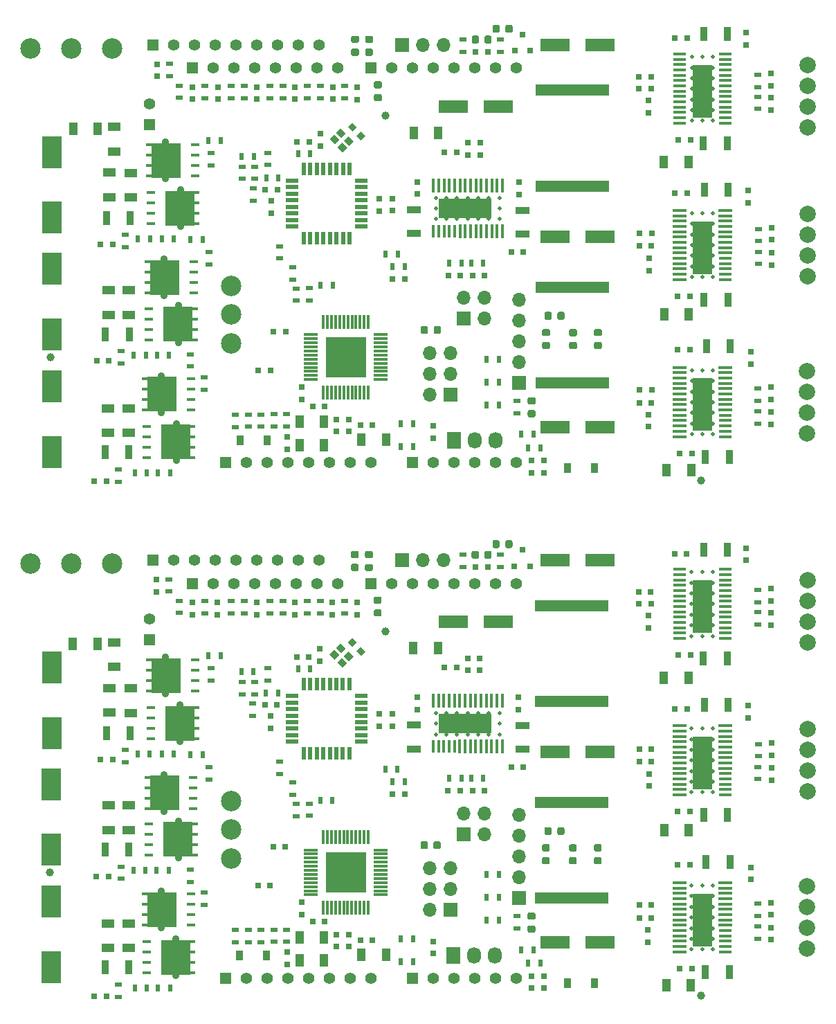
<source format=gts>
%MOIN*%
%OFA0B0*%
%FSLAX46Y46*%
%IPPOS*%
%LPD*%
%ADD10C,0.01968503937007874*%
%ADD11R,0.068503937007874022X0.017322834645669291*%
%ADD12R,0.062992125984251982X0.011811023622047244*%
%ADD13R,0.094488188976377951X0.25433070866141733*%
%ADD14R,0.055000000000000007X0.055000000000000007*%
%ADD15C,0.055000000000000007*%
%ADD16R,0.029527559055118113X0.031496062992125991*%
%ADD17R,0.35433070866141736X0.055118110236220472*%
%ADD18C,0.005905511811023622*%
%ADD19R,0.062992125984251982X0.03937007874015748*%
%ADD20R,0.031496062992125991X0.029527559055118113*%
%ADD21R,0.03937007874015748X0.062992125984251982*%
%ADD22R,0.094500000000000015X0.1575*%
%ADD23R,0.01968503937007874X0.035433070866141732*%
%ADD24R,0.035433070866141732X0.01968503937007874*%
%ADD25R,0.017322834645669291X0.068503937007874022*%
%ADD26R,0.011811023622047244X0.062992125984251982*%
%ADD27R,0.25433070866141733X0.094488188976377951*%
%ADD28C,0.035*%
%ADD29R,0.042519685039370085X0.017716535433070866*%
%ADD30R,0.025590551181102365X0.017716535433070866*%
%ADD31R,0.1393700787401575X0.16771653543307086*%
%ADD32R,0.035433070866141732X0.066929133858267723*%
%ADD33C,0.07874015748031496*%
%ADD34R,0.14170000000000002X0.063*%
%ADD35C,0.0984251968503937*%
%ADD36R,0.068X0.08*%
%ADD37O,0.068X0.08*%
%ADD38R,0.062992125984251982X0.021653543307086617*%
%ADD39R,0.021653543307086617X0.062992125984251982*%
%ADD40R,0.0315X0.0315*%
%ADD41R,0.066929133858267723X0.035433070866141732*%
%ADD42O,0.066929133858267723X0.066929133858267723*%
%ADD43R,0.066929133858267723X0.066929133858267723*%
%ADD44R,0.011811023622047244X0.066929133858267723*%
%ADD45R,0.066929133858267723X0.011811023622047244*%
%ADD46R,0.19685039370078741X0.19685039370078741*%
%ADD47R,0.035433070866141732X0.047244094488188976*%
%ADD48C,0.03937007874015748*%
%ADD59C,0.01968503937007874*%
%ADD60R,0.068503937007874022X0.017322834645669291*%
%ADD61R,0.062992125984251982X0.011811023622047244*%
%ADD62R,0.094488188976377951X0.25433070866141733*%
%ADD63R,0.055000000000000007X0.055000000000000007*%
%ADD64C,0.055000000000000007*%
%ADD65R,0.029527559055118113X0.031496062992125991*%
%ADD66R,0.35433070866141736X0.055118110236220472*%
%ADD67C,0.005905511811023622*%
%ADD68R,0.062992125984251982X0.03937007874015748*%
%ADD69R,0.031496062992125991X0.029527559055118113*%
%ADD70R,0.03937007874015748X0.062992125984251982*%
%ADD71R,0.094500000000000015X0.1575*%
%ADD72R,0.01968503937007874X0.035433070866141732*%
%ADD73R,0.035433070866141732X0.01968503937007874*%
%ADD74R,0.017322834645669291X0.068503937007874022*%
%ADD75R,0.011811023622047244X0.062992125984251982*%
%ADD76R,0.25433070866141733X0.094488188976377951*%
%ADD77C,0.035*%
%ADD78R,0.042519685039370085X0.017716535433070866*%
%ADD79R,0.025590551181102365X0.017716535433070866*%
%ADD80R,0.1393700787401575X0.16771653543307086*%
%ADD81R,0.035433070866141732X0.066929133858267723*%
%ADD82C,0.07874015748031496*%
%ADD83R,0.14170000000000002X0.063*%
%ADD84C,0.0984251968503937*%
%ADD85R,0.068X0.08*%
%ADD86O,0.068X0.08*%
%ADD87R,0.062992125984251982X0.021653543307086617*%
%ADD88R,0.021653543307086617X0.062992125984251982*%
%ADD89R,0.0315X0.0315*%
%ADD90R,0.066929133858267723X0.035433070866141732*%
%ADD91O,0.066929133858267723X0.066929133858267723*%
%ADD92R,0.066929133858267723X0.066929133858267723*%
%ADD93R,0.011811023622047244X0.066929133858267723*%
%ADD94R,0.066929133858267723X0.011811023622047244*%
%ADD95R,0.19685039370078741X0.19685039370078741*%
%ADD96R,0.035433070866141732X0.047244094488188976*%
%ADD97C,0.03937007874015748*%
%LPD*%
D10*
X-0000000500Y-0000000500D02*
X0003331425Y0001045767D03*
X0003382606Y0001045767D03*
X0003331425Y0001096948D03*
X0003433787Y0001096948D03*
X0003382606Y0001096948D03*
X0003331425Y0001148129D03*
X0003433787Y0001148129D03*
X0003382606Y0001148129D03*
X0003433787Y0001352854D03*
X0003331425Y0001352854D03*
X0003382606Y0001352854D03*
X0003433787Y0001301673D03*
X0003331425Y0001301673D03*
X0003382606Y0001301673D03*
X0003331425Y0001250492D03*
X0003433787Y0001250492D03*
X0003382606Y0001250492D03*
X0003331425Y0001199311D03*
X0003433787Y0001199311D03*
X0003433787Y0001045767D03*
X0003382606Y0001199311D03*
D11*
X0003492842Y0001187500D03*
X0003492842Y0001213090D03*
X0003492842Y0001238681D03*
X0003492842Y0001264271D03*
X0003272370Y0001110728D03*
D12*
X0003492842Y0001110728D03*
X0003492842Y0001136318D03*
D11*
X0003492842Y0001161909D03*
X0003272370Y0001289862D03*
X0003272370Y0001264271D03*
X0003272370Y0001238681D03*
X0003272370Y0001213090D03*
X0003272370Y0001187500D03*
X0003272370Y0001161909D03*
X0003492842Y0001289862D03*
X0003272370Y0001136318D03*
D12*
X0003492842Y0001085137D03*
D11*
X0003492842Y0001315452D03*
X0003272370Y0001315452D03*
X0003272370Y0001085137D03*
D12*
X0003492842Y0001059547D03*
D11*
X0003492842Y0001341043D03*
X0003272370Y0001341043D03*
X0003272370Y0001059547D03*
D12*
X0003492842Y0001033956D03*
D11*
X0003492842Y0001366633D03*
X0003272370Y0001366633D03*
X0003272370Y0001033956D03*
D13*
X0003382606Y0001187500D03*
D14*
X0001085000Y0000151499D03*
D15*
X0001185000Y0000151499D03*
X0001284999Y0000151499D03*
X0001384999Y0000151499D03*
X0001484999Y0000151499D03*
X0001585000Y0000151499D03*
X0001685000Y0000151499D03*
X0001785000Y0000151499D03*
D16*
X0001719500Y0001960027D03*
X0001719500Y0001900972D03*
D17*
X0002754480Y0000997511D03*
X0002754480Y0000536488D03*
D16*
X0002087295Y0000328633D03*
X0002087295Y0000269578D03*
D18*
G36*
X0002890432Y0000795934D02*
G01*
X0002891268Y0000795810D01*
X0002892088Y0000795605D01*
X0002892884Y0000795320D01*
X0002893648Y0000794959D01*
X0002894373Y0000794524D01*
X0002895052Y0000794021D01*
X0002895678Y0000793453D01*
X0002896245Y0000792827D01*
X0002896749Y0000792148D01*
X0002897183Y0000791423D01*
X0002897545Y0000790659D01*
X0002897829Y0000789864D01*
X0002898035Y0000789044D01*
X0002898159Y0000788208D01*
X0002898200Y0000787364D01*
X0002898200Y0000770139D01*
X0002898159Y0000769295D01*
X0002898035Y0000768459D01*
X0002897829Y0000767639D01*
X0002897545Y0000766844D01*
X0002897183Y0000766080D01*
X0002896749Y0000765355D01*
X0002896245Y0000764676D01*
X0002895678Y0000764050D01*
X0002895052Y0000763482D01*
X0002894373Y0000762978D01*
X0002893648Y0000762544D01*
X0002892884Y0000762183D01*
X0002892088Y0000761898D01*
X0002891268Y0000761693D01*
X0002890432Y0000761569D01*
X0002889588Y0000761527D01*
X0002869411Y0000761527D01*
X0002868567Y0000761569D01*
X0002867731Y0000761693D01*
X0002866911Y0000761898D01*
X0002866115Y0000762183D01*
X0002865351Y0000762544D01*
X0002864626Y0000762978D01*
X0002863947Y0000763482D01*
X0002863321Y0000764050D01*
X0002862754Y0000764676D01*
X0002862250Y0000765355D01*
X0002861816Y0000766080D01*
X0002861454Y0000766844D01*
X0002861170Y0000767639D01*
X0002860964Y0000768459D01*
X0002860840Y0000769295D01*
X0002860799Y0000770139D01*
X0002860799Y0000787364D01*
X0002860840Y0000788208D01*
X0002860964Y0000789044D01*
X0002861170Y0000789864D01*
X0002861454Y0000790659D01*
X0002861816Y0000791423D01*
X0002862250Y0000792148D01*
X0002862754Y0000792827D01*
X0002863321Y0000793453D01*
X0002863947Y0000794021D01*
X0002864626Y0000794524D01*
X0002865351Y0000794959D01*
X0002866115Y0000795320D01*
X0002866911Y0000795605D01*
X0002867731Y0000795810D01*
X0002868567Y0000795934D01*
X0002869411Y0000795976D01*
X0002889588Y0000795976D01*
X0002890432Y0000795934D01*
G37*
G36*
X0002890432Y0000733927D02*
G01*
X0002891268Y0000733803D01*
X0002892088Y0000733597D01*
X0002892884Y0000733312D01*
X0002893648Y0000732951D01*
X0002894373Y0000732517D01*
X0002895052Y0000732013D01*
X0002895678Y0000731446D01*
X0002896245Y0000730819D01*
X0002896749Y0000730140D01*
X0002897183Y0000729416D01*
X0002897545Y0000728652D01*
X0002897829Y0000727856D01*
X0002898035Y0000727036D01*
X0002898159Y0000726200D01*
X0002898200Y0000725356D01*
X0002898200Y0000708131D01*
X0002898159Y0000707287D01*
X0002898035Y0000706451D01*
X0002897829Y0000705631D01*
X0002897545Y0000704836D01*
X0002897183Y0000704072D01*
X0002896749Y0000703347D01*
X0002896245Y0000702668D01*
X0002895678Y0000702042D01*
X0002895052Y0000701474D01*
X0002894373Y0000700971D01*
X0002893648Y0000700536D01*
X0002892884Y0000700175D01*
X0002892088Y0000699890D01*
X0002891268Y0000699685D01*
X0002890432Y0000699561D01*
X0002889588Y0000699519D01*
X0002869411Y0000699519D01*
X0002868567Y0000699561D01*
X0002867731Y0000699685D01*
X0002866911Y0000699890D01*
X0002866115Y0000700175D01*
X0002865351Y0000700536D01*
X0002864626Y0000700971D01*
X0002863947Y0000701474D01*
X0002863321Y0000702042D01*
X0002862754Y0000702668D01*
X0002862250Y0000703347D01*
X0002861816Y0000704072D01*
X0002861454Y0000704836D01*
X0002861170Y0000705631D01*
X0002860964Y0000706451D01*
X0002860840Y0000707287D01*
X0002860799Y0000708131D01*
X0002860799Y0000725356D01*
X0002860840Y0000726200D01*
X0002860964Y0000727036D01*
X0002861170Y0000727856D01*
X0002861454Y0000728652D01*
X0002861816Y0000729416D01*
X0002862250Y0000730140D01*
X0002862754Y0000730819D01*
X0002863321Y0000731446D01*
X0002863947Y0000732013D01*
X0002864626Y0000732517D01*
X0002865351Y0000732951D01*
X0002866115Y0000733312D01*
X0002866911Y0000733597D01*
X0002867731Y0000733803D01*
X0002868567Y0000733927D01*
X0002869411Y0000733968D01*
X0002889588Y0000733968D01*
X0002890432Y0000733927D01*
G37*
G36*
X0002770432Y0000795639D02*
G01*
X0002771268Y0000795515D01*
X0002772088Y0000795310D01*
X0002772884Y0000795025D01*
X0002773648Y0000794664D01*
X0002774373Y0000794229D01*
X0002775052Y0000793726D01*
X0002775678Y0000793158D01*
X0002776245Y0000792532D01*
X0002776749Y0000791853D01*
X0002777183Y0000791128D01*
X0002777545Y0000790364D01*
X0002777829Y0000789568D01*
X0002778035Y0000788749D01*
X0002778159Y0000787913D01*
X0002778200Y0000787068D01*
X0002778200Y0000769844D01*
X0002778159Y0000769000D01*
X0002778035Y0000768164D01*
X0002777829Y0000767344D01*
X0002777545Y0000766548D01*
X0002777183Y0000765784D01*
X0002776749Y0000765059D01*
X0002776245Y0000764380D01*
X0002775678Y0000763754D01*
X0002775052Y0000763187D01*
X0002774373Y0000762683D01*
X0002773648Y0000762249D01*
X0002772884Y0000761887D01*
X0002772088Y0000761603D01*
X0002771268Y0000761397D01*
X0002770432Y0000761273D01*
X0002769588Y0000761232D01*
X0002749411Y0000761232D01*
X0002748567Y0000761273D01*
X0002747731Y0000761397D01*
X0002746911Y0000761603D01*
X0002746115Y0000761887D01*
X0002745351Y0000762249D01*
X0002744626Y0000762683D01*
X0002743947Y0000763187D01*
X0002743321Y0000763754D01*
X0002742754Y0000764380D01*
X0002742250Y0000765059D01*
X0002741816Y0000765784D01*
X0002741454Y0000766548D01*
X0002741170Y0000767344D01*
X0002740964Y0000768164D01*
X0002740840Y0000769000D01*
X0002740799Y0000769844D01*
X0002740799Y0000787068D01*
X0002740840Y0000787913D01*
X0002740964Y0000788749D01*
X0002741170Y0000789568D01*
X0002741454Y0000790364D01*
X0002741816Y0000791128D01*
X0002742250Y0000791853D01*
X0002742754Y0000792532D01*
X0002743321Y0000793158D01*
X0002743947Y0000793726D01*
X0002744626Y0000794229D01*
X0002745351Y0000794664D01*
X0002746115Y0000795025D01*
X0002746911Y0000795310D01*
X0002747731Y0000795515D01*
X0002748567Y0000795639D01*
X0002749411Y0000795681D01*
X0002769588Y0000795681D01*
X0002770432Y0000795639D01*
G37*
G36*
X0002770432Y0000733631D02*
G01*
X0002771268Y0000733507D01*
X0002772088Y0000733302D01*
X0002772884Y0000733017D01*
X0002773648Y0000732656D01*
X0002774373Y0000732221D01*
X0002775052Y0000731718D01*
X0002775678Y0000731150D01*
X0002776245Y0000730524D01*
X0002776749Y0000729845D01*
X0002777183Y0000729120D01*
X0002777545Y0000728356D01*
X0002777829Y0000727561D01*
X0002778035Y0000726741D01*
X0002778159Y0000725905D01*
X0002778200Y0000725061D01*
X0002778200Y0000707836D01*
X0002778159Y0000706992D01*
X0002778035Y0000706156D01*
X0002777829Y0000705336D01*
X0002777545Y0000704540D01*
X0002777183Y0000703776D01*
X0002776749Y0000703051D01*
X0002776245Y0000702373D01*
X0002775678Y0000701746D01*
X0002775052Y0000701179D01*
X0002774373Y0000700675D01*
X0002773648Y0000700241D01*
X0002772884Y0000699879D01*
X0002772088Y0000699595D01*
X0002771268Y0000699389D01*
X0002770432Y0000699265D01*
X0002769588Y0000699224D01*
X0002749411Y0000699224D01*
X0002748567Y0000699265D01*
X0002747731Y0000699389D01*
X0002746911Y0000699595D01*
X0002746115Y0000699879D01*
X0002745351Y0000700241D01*
X0002744626Y0000700675D01*
X0002743947Y0000701179D01*
X0002743321Y0000701746D01*
X0002742754Y0000702373D01*
X0002742250Y0000703051D01*
X0002741816Y0000703776D01*
X0002741454Y0000704540D01*
X0002741170Y0000705336D01*
X0002740964Y0000706156D01*
X0002740840Y0000706992D01*
X0002740799Y0000707836D01*
X0002740799Y0000725061D01*
X0002740840Y0000725905D01*
X0002740964Y0000726741D01*
X0002741170Y0000727561D01*
X0002741454Y0000728356D01*
X0002741816Y0000729120D01*
X0002742250Y0000729845D01*
X0002742754Y0000730524D01*
X0002743321Y0000731150D01*
X0002743947Y0000731718D01*
X0002744626Y0000732221D01*
X0002745351Y0000732656D01*
X0002746115Y0000733017D01*
X0002746911Y0000733302D01*
X0002747731Y0000733507D01*
X0002748567Y0000733631D01*
X0002749411Y0000733673D01*
X0002769588Y0000733673D01*
X0002770432Y0000733631D01*
G37*
G36*
X0002640432Y0000733927D02*
G01*
X0002641268Y0000733803D01*
X0002642088Y0000733597D01*
X0002642884Y0000733312D01*
X0002643648Y0000732951D01*
X0002644373Y0000732517D01*
X0002645052Y0000732013D01*
X0002645678Y0000731446D01*
X0002646245Y0000730819D01*
X0002646749Y0000730140D01*
X0002647183Y0000729416D01*
X0002647545Y0000728652D01*
X0002647829Y0000727856D01*
X0002648035Y0000727036D01*
X0002648159Y0000726200D01*
X0002648200Y0000725356D01*
X0002648200Y0000708131D01*
X0002648159Y0000707287D01*
X0002648035Y0000706451D01*
X0002647829Y0000705631D01*
X0002647545Y0000704836D01*
X0002647183Y0000704072D01*
X0002646749Y0000703347D01*
X0002646245Y0000702668D01*
X0002645678Y0000702042D01*
X0002645052Y0000701474D01*
X0002644373Y0000700971D01*
X0002643648Y0000700536D01*
X0002642884Y0000700175D01*
X0002642088Y0000699890D01*
X0002641268Y0000699685D01*
X0002640432Y0000699561D01*
X0002639588Y0000699519D01*
X0002619411Y0000699519D01*
X0002618567Y0000699561D01*
X0002617731Y0000699685D01*
X0002616911Y0000699890D01*
X0002616115Y0000700175D01*
X0002615351Y0000700536D01*
X0002614626Y0000700971D01*
X0002613947Y0000701474D01*
X0002613321Y0000702042D01*
X0002612754Y0000702668D01*
X0002612250Y0000703347D01*
X0002611816Y0000704072D01*
X0002611454Y0000704836D01*
X0002611170Y0000705631D01*
X0002610964Y0000706451D01*
X0002610840Y0000707287D01*
X0002610799Y0000708131D01*
X0002610799Y0000725356D01*
X0002610840Y0000726200D01*
X0002610964Y0000727036D01*
X0002611170Y0000727856D01*
X0002611454Y0000728652D01*
X0002611816Y0000729416D01*
X0002612250Y0000730140D01*
X0002612754Y0000730819D01*
X0002613321Y0000731446D01*
X0002613947Y0000732013D01*
X0002614626Y0000732517D01*
X0002615351Y0000732951D01*
X0002616115Y0000733312D01*
X0002616911Y0000733597D01*
X0002617731Y0000733803D01*
X0002618567Y0000733927D01*
X0002619411Y0000733968D01*
X0002639588Y0000733968D01*
X0002640432Y0000733927D01*
G37*
G36*
X0002640432Y0000795934D02*
G01*
X0002641268Y0000795810D01*
X0002642088Y0000795605D01*
X0002642884Y0000795320D01*
X0002643648Y0000794959D01*
X0002644373Y0000794524D01*
X0002645052Y0000794021D01*
X0002645678Y0000793453D01*
X0002646245Y0000792827D01*
X0002646749Y0000792148D01*
X0002647183Y0000791423D01*
X0002647545Y0000790659D01*
X0002647829Y0000789864D01*
X0002648035Y0000789044D01*
X0002648159Y0000788208D01*
X0002648200Y0000787364D01*
X0002648200Y0000770139D01*
X0002648159Y0000769295D01*
X0002648035Y0000768459D01*
X0002647829Y0000767639D01*
X0002647545Y0000766844D01*
X0002647183Y0000766080D01*
X0002646749Y0000765355D01*
X0002646245Y0000764676D01*
X0002645678Y0000764050D01*
X0002645052Y0000763482D01*
X0002644373Y0000762978D01*
X0002643648Y0000762544D01*
X0002642884Y0000762183D01*
X0002642088Y0000761898D01*
X0002641268Y0000761693D01*
X0002640432Y0000761569D01*
X0002639588Y0000761527D01*
X0002619411Y0000761527D01*
X0002618567Y0000761569D01*
X0002617731Y0000761693D01*
X0002616911Y0000761898D01*
X0002616115Y0000762183D01*
X0002615351Y0000762544D01*
X0002614626Y0000762978D01*
X0002613947Y0000763482D01*
X0002613321Y0000764050D01*
X0002612754Y0000764676D01*
X0002612250Y0000765355D01*
X0002611816Y0000766080D01*
X0002611454Y0000766844D01*
X0002611170Y0000767639D01*
X0002610964Y0000768459D01*
X0002610840Y0000769295D01*
X0002610799Y0000770139D01*
X0002610799Y0000787364D01*
X0002610840Y0000788208D01*
X0002610964Y0000789044D01*
X0002611170Y0000789864D01*
X0002611454Y0000790659D01*
X0002611816Y0000791423D01*
X0002612250Y0000792148D01*
X0002612754Y0000792827D01*
X0002613321Y0000793453D01*
X0002613947Y0000794021D01*
X0002614626Y0000794524D01*
X0002615351Y0000794959D01*
X0002616115Y0000795320D01*
X0002616911Y0000795605D01*
X0002617731Y0000795810D01*
X0002618567Y0000795934D01*
X0002619411Y0000795976D01*
X0002639588Y0000795976D01*
X0002640432Y0000795934D01*
G37*
D16*
X0001381783Y0000217610D03*
X0001381783Y0000276665D03*
D19*
X0000521999Y0000982555D03*
X0000521999Y0000864444D03*
D20*
X0001619972Y0000304500D03*
X0001679027Y0000304500D03*
X0001948318Y0001036507D03*
X0001889263Y0001036507D03*
D16*
X0003594000Y0002162972D03*
X0003594000Y0002222027D03*
X0003603000Y0001403472D03*
X0003603000Y0001462527D03*
X0003616500Y0000625972D03*
X0003616500Y0000685027D03*
D20*
X0002461672Y0001167000D03*
X0002520727Y0001167000D03*
D16*
X0003712700Y0001849872D03*
X0003712700Y0001908927D03*
X0003716200Y0001103972D03*
X0003716200Y0001163027D03*
X0003713600Y0000335772D03*
X0003713600Y0000394827D03*
D20*
X0002158172Y0001053500D03*
X0002217227Y0001053500D03*
D16*
X0003712700Y0002026927D03*
X0003712700Y0001967872D03*
X0003715200Y0001284027D03*
X0003715200Y0001224972D03*
X0003713600Y0000515327D03*
X0003713600Y0000456272D03*
D20*
X0002334227Y0001053500D03*
X0002275172Y0001053500D03*
X0003134527Y0002009000D03*
X0003075472Y0002009000D03*
X0003137827Y0001254800D03*
X0003078772Y0001254800D03*
X0003138127Y0000502900D03*
X0003079072Y0000502900D03*
D16*
X0002311200Y0001632472D03*
X0002311200Y0001691527D03*
D20*
X0003135027Y0001952999D03*
X0003075972Y0001952999D03*
D16*
X0003122500Y0001896527D03*
X0003122500Y0001837472D03*
D20*
X0003137327Y0001194800D03*
X0003078272Y0001194800D03*
D16*
X0003125300Y0001135327D03*
X0003125300Y0001076272D03*
D20*
X0003137627Y0000440400D03*
X0003078572Y0000440400D03*
D16*
X0003121200Y0000384027D03*
X0003121200Y0000324972D03*
X0002254199Y0001632472D03*
X0002254199Y0001691527D03*
D20*
X0002199727Y0001647999D03*
X0002140672Y0001647999D03*
X0003248972Y0002195499D03*
X0003308027Y0002195499D03*
X0003264072Y0000953000D03*
X0003323127Y0000953000D03*
X0003262972Y0000697000D03*
X0003322027Y0000697000D03*
D16*
X0002008699Y0001504027D03*
X0002008699Y0001444972D03*
X0001420000Y0001960527D03*
X0001420000Y0001901472D03*
X0001048000Y0001961027D03*
X0001048000Y0001901972D03*
X0001601500Y0001961027D03*
X0001601500Y0001901972D03*
X0001237688Y0001960917D03*
X0001237688Y0001901862D03*
X0000927000Y0001901972D03*
X0000927000Y0001961027D03*
D20*
X0003250472Y0001448500D03*
X0003309527Y0001448500D03*
X0003272972Y0000197000D03*
X0003332027Y0000197000D03*
D16*
X0002498200Y0001502527D03*
X0002498200Y0001443472D03*
D20*
X0001564127Y0000422700D03*
X0001505072Y0000422700D03*
D21*
X0001560055Y0000348300D03*
X0001441944Y0000348300D03*
D16*
X0001451862Y0000516035D03*
X0001451862Y0000456980D03*
D20*
X0001315641Y0000784145D03*
X0001374696Y0000784145D03*
X0001301468Y0000595956D03*
X0001242413Y0000595956D03*
D16*
X0002559342Y0000102649D03*
X0002559342Y0000161704D03*
D21*
X0001442019Y0000237688D03*
X0001560129Y0000237688D03*
D16*
X0002619972Y0000103043D03*
X0002619972Y0000162098D03*
D22*
X0000250000Y0001647000D03*
X0000250000Y0001332000D03*
D21*
X0003198644Y0000865500D03*
X0003316755Y0000865500D03*
D19*
X0000620000Y0000982555D03*
X0000620000Y0000864444D03*
X0000520000Y0000414555D03*
X0000520000Y0000296444D03*
D22*
X0000248000Y0001085000D03*
X0000248000Y0000770000D03*
D19*
X0000630000Y0001546555D03*
X0000630000Y0001428444D03*
X0000526000Y0001548555D03*
X0000526000Y0001430444D03*
D22*
X0000248000Y0000518999D03*
X0000248000Y0000204000D03*
D21*
X0001991144Y0001740999D03*
X0002109255Y0001740999D03*
D19*
X0000620000Y0000414555D03*
X0000620000Y0000296444D03*
D20*
X0003265972Y0001707000D03*
X0003325027Y0001707000D03*
X0002349027Y0002129499D03*
X0002289972Y0002129499D03*
X0001619972Y0000359500D03*
X0001679027Y0000359500D03*
D23*
X0001855405Y0001156586D03*
X0001914460Y0001156586D03*
X0001948712Y0001095956D03*
X0001889657Y0001095956D03*
D24*
X0003648800Y0001855472D03*
X0003648800Y0001914527D03*
X0003651200Y0001108972D03*
X0003651200Y0001168027D03*
X0003649500Y0000340272D03*
X0003649500Y0000399327D03*
D23*
X0002163922Y0001113750D03*
X0002222977Y0001113750D03*
D24*
X0003648800Y0002019027D03*
X0003648800Y0001959972D03*
X0003651700Y0001278027D03*
X0003651700Y0001218972D03*
X0003649500Y0000509727D03*
X0003649500Y0000450672D03*
D23*
X0002327727Y0001113000D03*
X0002268672Y0001113000D03*
D24*
X0002409499Y0002129972D03*
X0002409499Y0002189027D03*
X0002229500Y0002189027D03*
X0002229500Y0002129972D03*
X0001298499Y0001906472D03*
X0001298499Y0001965527D03*
X0001661000Y0001906972D03*
X0001661000Y0001966027D03*
X0001362000Y0001906972D03*
X0001362000Y0001966027D03*
X0000987000Y0001907972D03*
X0000987000Y0001967027D03*
D23*
X0002401862Y0000649893D03*
X0002342807Y0000649893D03*
D24*
X0001541999Y0001967027D03*
X0001541999Y0001907972D03*
X0001176000Y0001967027D03*
X0001176000Y0001907972D03*
X0000863000Y0001968027D03*
X0000863000Y0001908972D03*
D23*
X0002402334Y0000539893D03*
X0002343279Y0000539893D03*
X0002402807Y0000429893D03*
X0002343751Y0000429893D03*
D24*
X0001479000Y0001967027D03*
X0001479000Y0001907972D03*
X0001112000Y0001967027D03*
X0001112000Y0001907972D03*
X0000814460Y0002012492D03*
X0000814460Y0002071547D03*
X0000915000Y0000674027D03*
X0000915000Y0000614972D03*
X0000984145Y0000503437D03*
X0000984145Y0000562492D03*
D23*
X0000819527Y0000103500D03*
X0000760472Y0000103500D03*
X0002544381Y0000222334D03*
X0002603437Y0000222334D03*
X0000707527Y0000103500D03*
X0000648472Y0000103500D03*
X0000917472Y0001227500D03*
X0000976527Y0001227500D03*
D24*
X0001005000Y0001107972D03*
X0001005000Y0001167027D03*
D23*
X0000813527Y0000669500D03*
X0000754472Y0000669500D03*
X0000837527Y0001229500D03*
X0000778472Y0001229500D03*
X0001063027Y0001704000D03*
X0001003972Y0001704000D03*
D24*
X0001014999Y0001584472D03*
X0001014999Y0001643527D03*
D23*
X0000701527Y0000669500D03*
X0000642472Y0000669500D03*
X0000721527Y0001229500D03*
X0000662472Y0001229500D03*
X0002569972Y0000288476D03*
X0002510917Y0000288476D03*
D24*
X0002489500Y0000390444D03*
X0002489500Y0000449500D03*
D10*
X0003331318Y0001798767D03*
X0003382500Y0001798767D03*
X0003331318Y0001849948D03*
X0003433681Y0001849948D03*
X0003382500Y0001849948D03*
X0003331318Y0001901129D03*
X0003433681Y0001901129D03*
X0003382500Y0001901129D03*
X0003433681Y0002105854D03*
X0003331318Y0002105854D03*
X0003382500Y0002105854D03*
X0003433681Y0002054673D03*
X0003331318Y0002054673D03*
X0003382500Y0002054673D03*
X0003331318Y0002003492D03*
X0003433681Y0002003492D03*
X0003382500Y0002003492D03*
X0003331318Y0001952310D03*
X0003433681Y0001952310D03*
X0003433681Y0001798767D03*
X0003382500Y0001952310D03*
D12*
X0003492736Y0001940500D03*
X0003492736Y0001966090D03*
X0003492736Y0001991681D03*
X0003492736Y0002017271D03*
X0003272263Y0001863728D03*
X0003492736Y0001863728D03*
X0003492736Y0001889318D03*
X0003492736Y0001914909D03*
X0003272263Y0002042862D03*
X0003272263Y0002017271D03*
X0003272263Y0001991681D03*
X0003272263Y0001966090D03*
X0003272263Y0001940500D03*
X0003272263Y0001914909D03*
X0003492736Y0002042862D03*
X0003272263Y0001889318D03*
X0003492736Y0001838137D03*
X0003492736Y0002068452D03*
X0003272263Y0002068452D03*
X0003272263Y0001838137D03*
X0003492736Y0001812547D03*
X0003492736Y0002094043D03*
X0003272263Y0002094043D03*
X0003272263Y0001812547D03*
X0003492736Y0001786956D03*
X0003492736Y0002119633D03*
X0003272263Y0002119633D03*
X0003272263Y0001786956D03*
D13*
X0003382500Y0001940500D03*
D10*
X0003331224Y0000289767D03*
X0003382405Y0000289767D03*
X0003331224Y0000340948D03*
X0003433586Y0000340948D03*
X0003382405Y0000340948D03*
X0003331224Y0000392129D03*
X0003433586Y0000392129D03*
X0003382405Y0000392129D03*
X0003433586Y0000596854D03*
X0003331224Y0000596854D03*
X0003382405Y0000596854D03*
X0003433586Y0000545673D03*
X0003331224Y0000545673D03*
X0003382405Y0000545673D03*
X0003331224Y0000494492D03*
X0003433586Y0000494492D03*
X0003382405Y0000494492D03*
X0003331224Y0000443311D03*
X0003433586Y0000443311D03*
X0003433586Y0000289767D03*
X0003382405Y0000443311D03*
D11*
X0003492641Y0000431499D03*
X0003492641Y0000457090D03*
X0003492641Y0000482681D03*
X0003492641Y0000508271D03*
X0003272169Y0000354728D03*
D12*
X0003492641Y0000354728D03*
X0003492641Y0000380318D03*
D11*
X0003492641Y0000405909D03*
X0003272169Y0000533862D03*
X0003272169Y0000508271D03*
X0003272169Y0000482681D03*
X0003272169Y0000457090D03*
X0003272169Y0000431499D03*
X0003272169Y0000405909D03*
X0003492641Y0000533862D03*
X0003272169Y0000380318D03*
D12*
X0003492641Y0000329137D03*
D11*
X0003492641Y0000559452D03*
X0003272169Y0000559452D03*
X0003272169Y0000329137D03*
D12*
X0003492641Y0000303547D03*
D11*
X0003492641Y0000585043D03*
X0003272169Y0000585043D03*
X0003272169Y0000303547D03*
D12*
X0003492641Y0000277956D03*
D11*
X0003492641Y0000610633D03*
X0003272169Y0000610633D03*
X0003272169Y0000277956D03*
D13*
X0003382405Y0000431499D03*
D10*
X0002098467Y0001427181D03*
X0002098467Y0001375999D03*
X0002149648Y0001427181D03*
X0002149648Y0001324818D03*
X0002149648Y0001375999D03*
X0002200829Y0001427181D03*
X0002200829Y0001324818D03*
X0002200829Y0001375999D03*
X0002405554Y0001324818D03*
X0002405554Y0001427181D03*
X0002405554Y0001375999D03*
X0002354373Y0001324818D03*
X0002354373Y0001427181D03*
X0002354373Y0001375999D03*
X0002303192Y0001427181D03*
X0002303192Y0001324818D03*
X0002303192Y0001375999D03*
X0002252011Y0001427181D03*
X0002252011Y0001324818D03*
X0002098467Y0001324818D03*
X0002252011Y0001375999D03*
D25*
X0002240200Y0001265763D03*
X0002265790Y0001265763D03*
X0002291381Y0001265763D03*
X0002316971Y0001265763D03*
X0002163428Y0001486236D03*
D26*
X0002163428Y0001265763D03*
X0002189018Y0001265763D03*
D25*
X0002214609Y0001265763D03*
X0002342562Y0001486236D03*
X0002316971Y0001486236D03*
X0002291381Y0001486236D03*
X0002265790Y0001486236D03*
X0002240200Y0001486236D03*
X0002214609Y0001486236D03*
X0002342562Y0001265763D03*
X0002189018Y0001486236D03*
D26*
X0002137837Y0001265763D03*
D25*
X0002368152Y0001265763D03*
X0002368152Y0001486236D03*
X0002137837Y0001486236D03*
D26*
X0002112247Y0001265763D03*
D25*
X0002393743Y0001265763D03*
X0002393743Y0001486236D03*
X0002112247Y0001486236D03*
D26*
X0002086656Y0001265763D03*
D25*
X0002419333Y0001265763D03*
X0002419333Y0001486236D03*
X0002086656Y0001486236D03*
D27*
X0002240200Y0001375999D03*
D14*
X0001985000Y0000151499D03*
D15*
X0002084999Y0000151499D03*
X0002184999Y0000151499D03*
X0002284999Y0000151499D03*
X0002385000Y0000151499D03*
X0002485000Y0000151499D03*
D14*
X0000737000Y0002162499D03*
D15*
X0000837000Y0002162499D03*
X0000937000Y0002162499D03*
X0001037000Y0002162499D03*
X0001137000Y0002162499D03*
X0001237000Y0002162499D03*
X0001336999Y0002162499D03*
X0001437000Y0002162499D03*
X0001537000Y0002162499D03*
D14*
X0000925000Y0002051500D03*
D15*
X0001025000Y0002051500D03*
X0001125000Y0002051500D03*
X0001225000Y0002051500D03*
X0001325000Y0002051500D03*
X0001425000Y0002051500D03*
X0001525000Y0002051500D03*
X0001625000Y0002051500D03*
D14*
X0001785000Y0002051500D03*
D15*
X0001885000Y0002051500D03*
X0001985000Y0002051500D03*
X0002084999Y0002051500D03*
X0002184999Y0002051500D03*
X0002284999Y0002051500D03*
X0002385000Y0002051500D03*
X0002485000Y0002051500D03*
D14*
X0000718791Y0001780208D03*
D15*
X0000718791Y0001880208D03*
D28*
X0000775842Y0000392917D03*
X0000775842Y0000570082D03*
X0000726629Y0000540555D03*
X0000775842Y0000511027D03*
X0000775842Y0000451972D03*
X0000825055Y0000422444D03*
X0000726629Y0000422444D03*
X0000726629Y0000481500D03*
X0000825055Y0000481500D03*
X0000825055Y0000540555D03*
D29*
X0000918362Y0000406499D03*
X0000918362Y0000456499D03*
X0000918362Y0000506500D03*
D30*
X0000696314Y0000456499D03*
X0000696314Y0000506500D03*
X0000696314Y0000556500D03*
D29*
X0000918362Y0000556500D03*
D31*
X0000778795Y0000481500D03*
D30*
X0000696314Y0000406499D03*
D28*
X0000848157Y0000340082D03*
X0000848157Y0000162917D03*
X0000897370Y0000192444D03*
X0000848157Y0000221972D03*
X0000848157Y0000281027D03*
X0000798944Y0000310555D03*
X0000897370Y0000310555D03*
X0000897370Y0000251500D03*
X0000798944Y0000251500D03*
X0000798944Y0000192444D03*
D29*
X0000705637Y0000326499D03*
X0000705637Y0000276500D03*
X0000705637Y0000226500D03*
D30*
X0000927685Y0000276500D03*
X0000927685Y0000226500D03*
X0000927685Y0000176500D03*
D29*
X0000705637Y0000176500D03*
D31*
X0000845204Y0000251500D03*
D30*
X0000927685Y0000326499D03*
D28*
X0000788842Y0000954917D03*
X0000788842Y0001132082D03*
X0000739629Y0001102555D03*
X0000788842Y0001073027D03*
X0000788842Y0001013972D03*
X0000838055Y0000984444D03*
X0000739629Y0000984444D03*
X0000739629Y0001043500D03*
X0000838055Y0001043500D03*
X0000838055Y0001102555D03*
D29*
X0000931362Y0000968500D03*
X0000931362Y0001018500D03*
X0000931362Y0001068500D03*
D30*
X0000709314Y0001018500D03*
X0000709314Y0001068500D03*
X0000709314Y0001118500D03*
D29*
X0000931362Y0001118500D03*
D31*
X0000791795Y0001043500D03*
D30*
X0000709314Y0000968500D03*
D28*
X0000860157Y0000908082D03*
X0000860157Y0000730917D03*
X0000909370Y0000760444D03*
X0000860157Y0000789972D03*
X0000860157Y0000849027D03*
X0000810944Y0000878555D03*
X0000909370Y0000878555D03*
X0000909370Y0000819500D03*
X0000810944Y0000819500D03*
X0000810944Y0000760444D03*
D29*
X0000717637Y0000894500D03*
X0000717637Y0000844500D03*
X0000717637Y0000794500D03*
D30*
X0000939685Y0000844500D03*
X0000939685Y0000794500D03*
X0000939685Y0000744500D03*
D29*
X0000717637Y0000744500D03*
D31*
X0000857204Y0000819500D03*
D30*
X0000939685Y0000894500D03*
D28*
X0000795842Y0001518917D03*
X0000795842Y0001696082D03*
X0000746629Y0001666555D03*
X0000795842Y0001637027D03*
X0000795842Y0001577972D03*
X0000845055Y0001548444D03*
X0000746629Y0001548444D03*
X0000746629Y0001607500D03*
X0000845055Y0001607500D03*
X0000845055Y0001666555D03*
D29*
X0000938362Y0001532500D03*
X0000938362Y0001582499D03*
X0000938362Y0001632500D03*
D30*
X0000716314Y0001582499D03*
X0000716314Y0001632500D03*
X0000716314Y0001682499D03*
D29*
X0000938362Y0001682499D03*
D31*
X0000798795Y0001607500D03*
D30*
X0000716314Y0001532500D03*
D28*
X0000868157Y0001466082D03*
X0000868157Y0001288917D03*
X0000917370Y0001318444D03*
X0000868157Y0001347972D03*
X0000868157Y0001407027D03*
X0000818944Y0001436555D03*
X0000917370Y0001436555D03*
X0000917370Y0001377499D03*
X0000818944Y0001377499D03*
X0000818944Y0001318444D03*
D29*
X0000725637Y0001452499D03*
X0000725637Y0001402500D03*
X0000725637Y0001352500D03*
D30*
X0000947685Y0001402500D03*
X0000947685Y0001352500D03*
X0000947685Y0001302500D03*
D29*
X0000725637Y0001302500D03*
D31*
X0000865204Y0001377499D03*
D30*
X0000947685Y0001452499D03*
D32*
X0000504913Y0000203500D03*
X0000619086Y0000203500D03*
X0000506913Y0000769500D03*
X0000621086Y0000769500D03*
X0000512913Y0001329499D03*
X0000627086Y0001329499D03*
D21*
X0000351389Y0001759500D03*
X0000469500Y0001759500D03*
D19*
X0000549500Y0001650444D03*
X0000549500Y0001768555D03*
D33*
X0003886500Y0000493409D03*
X0003886500Y0000593409D03*
X0003886500Y0000393409D03*
X0003886500Y0000293409D03*
X0003890200Y0001966400D03*
X0003890200Y0002066399D03*
X0003890200Y0001866400D03*
X0003890200Y0001766400D03*
X0003889100Y0001249200D03*
X0003889100Y0001349200D03*
X0003889100Y0001149200D03*
X0003889100Y0001049200D03*
D34*
X0002890800Y0002164500D03*
X0002674200Y0002164500D03*
X0002890300Y0001240500D03*
X0002673700Y0001240500D03*
X0002890300Y0000322500D03*
X0002673700Y0000322500D03*
X0002398500Y0001867000D03*
X0002181900Y0001867000D03*
D17*
X0002754480Y0001945511D03*
X0002754480Y0001484488D03*
D21*
X0003209644Y0000117499D03*
X0003327755Y0000117499D03*
X0003196944Y0001598500D03*
X0003315055Y0001598500D03*
D35*
X0000538700Y0002146500D03*
X0000341850Y0002146500D03*
X0000145000Y0002146500D03*
X0001112000Y0000728000D03*
X0001112000Y0000865795D03*
X0001112000Y0001003590D03*
D23*
X0001989027Y0000339499D03*
X0001929972Y0000339499D03*
X0001989027Y0000229500D03*
X0001929972Y0000229500D03*
D36*
X0002184539Y0000259736D03*
D37*
X0002284539Y0000259736D03*
X0002384539Y0000259736D03*
D16*
X0000754618Y0002012098D03*
X0000754618Y0002071153D03*
D38*
X0001740122Y0001289363D03*
X0001740122Y0001320859D03*
X0001740122Y0001352355D03*
X0001740122Y0001383851D03*
X0001740122Y0001415347D03*
X0001740122Y0001446844D03*
X0001740122Y0001478340D03*
X0001740122Y0001509836D03*
D39*
X0001683036Y0001566922D03*
X0001651540Y0001566922D03*
X0001620044Y0001566922D03*
X0001588548Y0001566922D03*
X0001557051Y0001566922D03*
X0001525555Y0001566922D03*
X0001494059Y0001566922D03*
X0001462563Y0001566922D03*
D38*
X0001405477Y0001509836D03*
X0001405477Y0001478340D03*
X0001405477Y0001446844D03*
X0001405477Y0001415347D03*
X0001405477Y0001383851D03*
X0001405477Y0001352355D03*
X0001405477Y0001320859D03*
X0001405477Y0001289363D03*
D39*
X0001462563Y0001232277D03*
X0001494059Y0001232277D03*
X0001525555Y0001232277D03*
X0001557051Y0001232277D03*
X0001588548Y0001232277D03*
X0001620044Y0001232277D03*
X0001651540Y0001232277D03*
X0001683036Y0001232277D03*
D18*
G36*
X0001702961Y0001698932D02*
G01*
X0001680690Y0001676661D01*
X0001655635Y0001701716D01*
X0001677906Y0001723987D01*
X0001702961Y0001698932D01*
G37*
G36*
X0001663987Y0001737906D02*
G01*
X0001641716Y0001715635D01*
X0001616661Y0001740690D01*
X0001638932Y0001762961D01*
X0001663987Y0001737906D01*
G37*
G36*
X0001633364Y0001707283D02*
G01*
X0001611093Y0001685012D01*
X0001586038Y0001710067D01*
X0001608309Y0001732338D01*
X0001633364Y0001707283D01*
G37*
G36*
X0001672338Y0001668309D02*
G01*
X0001650067Y0001646038D01*
X0001625012Y0001671093D01*
X0001647283Y0001693364D01*
X0001672338Y0001668309D01*
G37*
D20*
X0000453830Y0000063673D03*
X0000512885Y0000063673D03*
X0000464854Y0000642019D03*
X0000523909Y0000642019D03*
X0000482572Y0001203200D03*
X0000541627Y0001203200D03*
D24*
X0001347137Y0001135326D03*
X0001347137Y0001194381D03*
X0001290838Y0001643988D03*
X0001290838Y0001584933D03*
X0001256980Y0000384145D03*
X0001256980Y0000325090D03*
X0001195562Y0000384145D03*
X0001195562Y0000325090D03*
D23*
X0001601468Y0001007374D03*
X0001542413Y0001007374D03*
D24*
X0001410917Y0001092807D03*
X0001410917Y0001033751D03*
X0001165248Y0001518791D03*
X0001165248Y0001577846D03*
D23*
X0001162492Y0001626665D03*
X0001221547Y0001626665D03*
D24*
X0001319185Y0000325877D03*
X0001319185Y0000384933D03*
X0001490051Y0000991625D03*
X0001490051Y0000932570D03*
X0001227059Y0001518397D03*
X0001227059Y0001577452D03*
X0000570366Y0000119578D03*
X0000570366Y0000060523D03*
X0001380602Y0000384933D03*
X0001380602Y0000325877D03*
X0000583751Y0000688082D03*
X0000583751Y0000629027D03*
X0001425877Y0000932177D03*
X0001425877Y0000991232D03*
X0000602600Y0001250227D03*
X0000602600Y0001191172D03*
X0001218003Y0001414066D03*
X0001218003Y0001473122D03*
D18*
G36*
X0001716304Y0001726816D02*
G01*
X0001737183Y0001747695D01*
X0001759454Y0001725424D01*
X0001738575Y0001704545D01*
X0001716304Y0001726816D01*
G37*
G36*
X0001674545Y0001768575D02*
G01*
X0001695424Y0001789454D01*
X0001717695Y0001767183D01*
X0001696816Y0001746304D01*
X0001674545Y0001768575D01*
G37*
D16*
X0001541232Y0001736901D03*
X0001541232Y0001677846D03*
D20*
X0001275484Y0001466822D03*
X0001334539Y0001466822D03*
D16*
X0001304618Y0001354224D03*
X0001304618Y0001413279D03*
X0001825000Y0001423727D03*
X0001825000Y0001364672D03*
X0001888999Y0001424527D03*
X0001888999Y0001365472D03*
D20*
X0001429027Y0001697137D03*
X0001488082Y0001697137D03*
X0001794027Y0000334500D03*
X0001734972Y0000334500D03*
D21*
X0001740444Y0000264500D03*
X0001858555Y0000264500D03*
D40*
X0002477846Y0002135326D03*
X0002552649Y0002135326D03*
X0002515247Y0002214026D03*
D32*
X0003503586Y0002214999D03*
X0003389413Y0002214999D03*
X0003507086Y0001467499D03*
X0003392913Y0001467499D03*
X0003515586Y0000712000D03*
X0003401413Y0000712000D03*
D41*
X0002515200Y0001253413D03*
X0002515200Y0001367586D03*
D32*
X0003501586Y0001690500D03*
X0003387413Y0001690500D03*
X0003504586Y0000936500D03*
X0003390413Y0000936500D03*
X0003511886Y0000180500D03*
X0003397713Y0000180500D03*
D41*
X0001991700Y0001255413D03*
X0001991700Y0001369586D03*
D23*
X0001434933Y0001641232D03*
X0001493988Y0001641232D03*
X0001281389Y0001522728D03*
X0001340444Y0001522728D03*
D24*
X0001133751Y0000324696D03*
X0001133751Y0000383751D03*
D42*
X0002069500Y0000679500D03*
X0002169500Y0000679500D03*
X0002069500Y0000579499D03*
X0002169500Y0000579499D03*
X0002069500Y0000479500D03*
D43*
X0002169500Y0000479500D03*
X0002232570Y0000844775D03*
D42*
X0002232570Y0000944775D03*
X0002332570Y0000844775D03*
X0002332570Y0000944775D03*
D43*
X0001936507Y0002162885D03*
D42*
X0002036507Y0002162885D03*
X0002136507Y0002162885D03*
D18*
G36*
X0002570668Y0000405068D02*
G01*
X0002571504Y0000404944D01*
X0002572324Y0000404739D01*
X0002573120Y0000404454D01*
X0002573884Y0000404093D01*
X0002574609Y0000403658D01*
X0002575288Y0000403155D01*
X0002575914Y0000402587D01*
X0002576482Y0000401961D01*
X0002576985Y0000401282D01*
X0002577420Y0000400557D01*
X0002577781Y0000399793D01*
X0002578066Y0000398997D01*
X0002578271Y0000398178D01*
X0002578395Y0000397342D01*
X0002578437Y0000396498D01*
X0002578437Y0000379273D01*
X0002578395Y0000378429D01*
X0002578271Y0000377593D01*
X0002578066Y0000376773D01*
X0002577781Y0000375977D01*
X0002577420Y0000375213D01*
X0002576985Y0000374488D01*
X0002576482Y0000373810D01*
X0002575914Y0000373183D01*
X0002575288Y0000372616D01*
X0002574609Y0000372112D01*
X0002573884Y0000371678D01*
X0002573120Y0000371316D01*
X0002572324Y0000371032D01*
X0002571504Y0000370826D01*
X0002570668Y0000370702D01*
X0002569824Y0000370661D01*
X0002549647Y0000370661D01*
X0002548803Y0000370702D01*
X0002547967Y0000370826D01*
X0002547147Y0000371032D01*
X0002546351Y0000371316D01*
X0002545587Y0000371678D01*
X0002544862Y0000372112D01*
X0002544184Y0000372616D01*
X0002543557Y0000373183D01*
X0002542990Y0000373810D01*
X0002542486Y0000374488D01*
X0002542052Y0000375213D01*
X0002541690Y0000375977D01*
X0002541406Y0000376773D01*
X0002541200Y0000377593D01*
X0002541076Y0000378429D01*
X0002541035Y0000379273D01*
X0002541035Y0000396498D01*
X0002541076Y0000397342D01*
X0002541200Y0000398178D01*
X0002541406Y0000398997D01*
X0002541690Y0000399793D01*
X0002542052Y0000400557D01*
X0002542486Y0000401282D01*
X0002542990Y0000401961D01*
X0002543557Y0000402587D01*
X0002544184Y0000403155D01*
X0002544862Y0000403658D01*
X0002545587Y0000404093D01*
X0002546351Y0000404454D01*
X0002547147Y0000404739D01*
X0002547967Y0000404944D01*
X0002548803Y0000405068D01*
X0002549647Y0000405110D01*
X0002569824Y0000405110D01*
X0002570668Y0000405068D01*
G37*
G36*
X0002570668Y0000467076D02*
G01*
X0002571504Y0000466952D01*
X0002572324Y0000466747D01*
X0002573120Y0000466462D01*
X0002573884Y0000466101D01*
X0002574609Y0000465666D01*
X0002575288Y0000465163D01*
X0002575914Y0000464595D01*
X0002576482Y0000463969D01*
X0002576985Y0000463290D01*
X0002577420Y0000462565D01*
X0002577781Y0000461801D01*
X0002578066Y0000461005D01*
X0002578271Y0000460186D01*
X0002578395Y0000459350D01*
X0002578437Y0000458505D01*
X0002578437Y0000441281D01*
X0002578395Y0000440437D01*
X0002578271Y0000439601D01*
X0002578066Y0000438781D01*
X0002577781Y0000437985D01*
X0002577420Y0000437221D01*
X0002576985Y0000436496D01*
X0002576482Y0000435817D01*
X0002575914Y0000435191D01*
X0002575288Y0000434624D01*
X0002574609Y0000434120D01*
X0002573884Y0000433686D01*
X0002573120Y0000433324D01*
X0002572324Y0000433040D01*
X0002571504Y0000432834D01*
X0002570668Y0000432710D01*
X0002569824Y0000432669D01*
X0002549647Y0000432669D01*
X0002548803Y0000432710D01*
X0002547967Y0000432834D01*
X0002547147Y0000433040D01*
X0002546351Y0000433324D01*
X0002545587Y0000433686D01*
X0002544862Y0000434120D01*
X0002544184Y0000434624D01*
X0002543557Y0000435191D01*
X0002542990Y0000435817D01*
X0002542486Y0000436496D01*
X0002542052Y0000437221D01*
X0002541690Y0000437985D01*
X0002541406Y0000438781D01*
X0002541200Y0000439601D01*
X0002541076Y0000440437D01*
X0002541035Y0000441281D01*
X0002541035Y0000458505D01*
X0002541076Y0000459350D01*
X0002541200Y0000460186D01*
X0002541406Y0000461005D01*
X0002541690Y0000461801D01*
X0002542052Y0000462565D01*
X0002542486Y0000463290D01*
X0002542990Y0000463969D01*
X0002543557Y0000464595D01*
X0002544184Y0000465163D01*
X0002544862Y0000465666D01*
X0002545587Y0000466101D01*
X0002546351Y0000466462D01*
X0002547147Y0000466747D01*
X0002547967Y0000466952D01*
X0002548803Y0000467076D01*
X0002549647Y0000467118D01*
X0002569824Y0000467118D01*
X0002570668Y0000467076D01*
G37*
G36*
X0002460531Y0002259497D02*
G01*
X0002461367Y0002259373D01*
X0002462187Y0002259168D01*
X0002462982Y0002258883D01*
X0002463746Y0002258522D01*
X0002464471Y0002258087D01*
X0002465150Y0002257584D01*
X0002465776Y0002257016D01*
X0002466344Y0002256390D01*
X0002466847Y0002255711D01*
X0002467282Y0002254986D01*
X0002467643Y0002254222D01*
X0002467928Y0002253427D01*
X0002468133Y0002252607D01*
X0002468257Y0002251771D01*
X0002468299Y0002250927D01*
X0002468299Y0002230749D01*
X0002468257Y0002229905D01*
X0002468133Y0002229069D01*
X0002467928Y0002228250D01*
X0002467643Y0002227454D01*
X0002467282Y0002226690D01*
X0002466847Y0002225965D01*
X0002466344Y0002225286D01*
X0002465776Y0002224660D01*
X0002465150Y0002224092D01*
X0002464471Y0002223589D01*
X0002463746Y0002223154D01*
X0002462982Y0002222793D01*
X0002462187Y0002222508D01*
X0002461367Y0002222303D01*
X0002460531Y0002222179D01*
X0002459687Y0002222137D01*
X0002442462Y0002222137D01*
X0002441618Y0002222179D01*
X0002440782Y0002222303D01*
X0002439962Y0002222508D01*
X0002439166Y0002222793D01*
X0002438402Y0002223154D01*
X0002437677Y0002223589D01*
X0002436999Y0002224092D01*
X0002436372Y0002224660D01*
X0002435805Y0002225286D01*
X0002435301Y0002225965D01*
X0002434867Y0002226690D01*
X0002434505Y0002227454D01*
X0002434221Y0002228250D01*
X0002434015Y0002229069D01*
X0002433891Y0002229905D01*
X0002433850Y0002230749D01*
X0002433850Y0002250927D01*
X0002433891Y0002251771D01*
X0002434015Y0002252607D01*
X0002434221Y0002253427D01*
X0002434505Y0002254222D01*
X0002434867Y0002254986D01*
X0002435301Y0002255711D01*
X0002435805Y0002256390D01*
X0002436372Y0002257016D01*
X0002436999Y0002257584D01*
X0002437677Y0002258087D01*
X0002438402Y0002258522D01*
X0002439166Y0002258883D01*
X0002439962Y0002259168D01*
X0002440782Y0002259373D01*
X0002441618Y0002259497D01*
X0002442462Y0002259539D01*
X0002459687Y0002259539D01*
X0002460531Y0002259497D01*
G37*
G36*
X0002398523Y0002259497D02*
G01*
X0002399359Y0002259373D01*
X0002400179Y0002259168D01*
X0002400974Y0002258883D01*
X0002401738Y0002258522D01*
X0002402463Y0002258087D01*
X0002403142Y0002257584D01*
X0002403768Y0002257016D01*
X0002404336Y0002256390D01*
X0002404839Y0002255711D01*
X0002405274Y0002254986D01*
X0002405635Y0002254222D01*
X0002405920Y0002253427D01*
X0002406125Y0002252607D01*
X0002406249Y0002251771D01*
X0002406291Y0002250927D01*
X0002406291Y0002230749D01*
X0002406249Y0002229905D01*
X0002406125Y0002229069D01*
X0002405920Y0002228250D01*
X0002405635Y0002227454D01*
X0002405274Y0002226690D01*
X0002404839Y0002225965D01*
X0002404336Y0002225286D01*
X0002403768Y0002224660D01*
X0002403142Y0002224092D01*
X0002402463Y0002223589D01*
X0002401738Y0002223154D01*
X0002400974Y0002222793D01*
X0002400179Y0002222508D01*
X0002399359Y0002222303D01*
X0002398523Y0002222179D01*
X0002397679Y0002222137D01*
X0002380454Y0002222137D01*
X0002379610Y0002222179D01*
X0002378774Y0002222303D01*
X0002377954Y0002222508D01*
X0002377158Y0002222793D01*
X0002376394Y0002223154D01*
X0002375670Y0002223589D01*
X0002374991Y0002224092D01*
X0002374364Y0002224660D01*
X0002373797Y0002225286D01*
X0002373293Y0002225965D01*
X0002372859Y0002226690D01*
X0002372498Y0002227454D01*
X0002372213Y0002228250D01*
X0002372007Y0002229069D01*
X0002371883Y0002229905D01*
X0002371842Y0002230749D01*
X0002371842Y0002250927D01*
X0002371883Y0002251771D01*
X0002372007Y0002252607D01*
X0002372213Y0002253427D01*
X0002372498Y0002254222D01*
X0002372859Y0002254986D01*
X0002373293Y0002255711D01*
X0002373797Y0002256390D01*
X0002374364Y0002257016D01*
X0002374991Y0002257584D01*
X0002375670Y0002258087D01*
X0002376394Y0002258522D01*
X0002377158Y0002258883D01*
X0002377954Y0002259168D01*
X0002378774Y0002259373D01*
X0002379610Y0002259497D01*
X0002380454Y0002259539D01*
X0002397679Y0002259539D01*
X0002398523Y0002259497D01*
G37*
G36*
X0002648956Y0000878159D02*
G01*
X0002649792Y0000878035D01*
X0002650612Y0000877829D01*
X0002651407Y0000877545D01*
X0002652171Y0000877183D01*
X0002652896Y0000876749D01*
X0002653575Y0000876245D01*
X0002654201Y0000875678D01*
X0002654769Y0000875052D01*
X0002655272Y0000874373D01*
X0002655707Y0000873648D01*
X0002656068Y0000872884D01*
X0002656353Y0000872088D01*
X0002656558Y0000871268D01*
X0002656682Y0000870432D01*
X0002656724Y0000869588D01*
X0002656724Y0000849411D01*
X0002656682Y0000848567D01*
X0002656558Y0000847731D01*
X0002656353Y0000846911D01*
X0002656068Y0000846115D01*
X0002655707Y0000845351D01*
X0002655272Y0000844626D01*
X0002654769Y0000843947D01*
X0002654201Y0000843321D01*
X0002653575Y0000842754D01*
X0002652896Y0000842250D01*
X0002652171Y0000841816D01*
X0002651407Y0000841454D01*
X0002650612Y0000841170D01*
X0002649792Y0000840964D01*
X0002648956Y0000840840D01*
X0002648112Y0000840799D01*
X0002630887Y0000840799D01*
X0002630043Y0000840840D01*
X0002629207Y0000840964D01*
X0002628387Y0000841170D01*
X0002627592Y0000841454D01*
X0002626828Y0000841816D01*
X0002626103Y0000842250D01*
X0002625424Y0000842754D01*
X0002624798Y0000843321D01*
X0002624230Y0000843947D01*
X0002623727Y0000844626D01*
X0002623292Y0000845351D01*
X0002622931Y0000846115D01*
X0002622646Y0000846911D01*
X0002622441Y0000847731D01*
X0002622317Y0000848567D01*
X0002622275Y0000849411D01*
X0002622275Y0000869588D01*
X0002622317Y0000870432D01*
X0002622441Y0000871268D01*
X0002622646Y0000872088D01*
X0002622931Y0000872884D01*
X0002623292Y0000873648D01*
X0002623727Y0000874373D01*
X0002624230Y0000875052D01*
X0002624798Y0000875678D01*
X0002625424Y0000876245D01*
X0002626103Y0000876749D01*
X0002626828Y0000877183D01*
X0002627592Y0000877545D01*
X0002628387Y0000877829D01*
X0002629207Y0000878035D01*
X0002630043Y0000878159D01*
X0002630887Y0000878200D01*
X0002648112Y0000878200D01*
X0002648956Y0000878159D01*
G37*
G36*
X0002710964Y0000878159D02*
G01*
X0002711800Y0000878035D01*
X0002712620Y0000877829D01*
X0002713415Y0000877545D01*
X0002714179Y0000877183D01*
X0002714904Y0000876749D01*
X0002715583Y0000876245D01*
X0002716209Y0000875678D01*
X0002716777Y0000875052D01*
X0002717280Y0000874373D01*
X0002717715Y0000873648D01*
X0002718076Y0000872884D01*
X0002718361Y0000872088D01*
X0002718566Y0000871268D01*
X0002718690Y0000870432D01*
X0002718732Y0000869588D01*
X0002718732Y0000849411D01*
X0002718690Y0000848567D01*
X0002718566Y0000847731D01*
X0002718361Y0000846911D01*
X0002718076Y0000846115D01*
X0002717715Y0000845351D01*
X0002717280Y0000844626D01*
X0002716777Y0000843947D01*
X0002716209Y0000843321D01*
X0002715583Y0000842754D01*
X0002714904Y0000842250D01*
X0002714179Y0000841816D01*
X0002713415Y0000841454D01*
X0002712620Y0000841170D01*
X0002711800Y0000840964D01*
X0002710964Y0000840840D01*
X0002710120Y0000840799D01*
X0002692895Y0000840799D01*
X0002692051Y0000840840D01*
X0002691215Y0000840964D01*
X0002690395Y0000841170D01*
X0002689599Y0000841454D01*
X0002688835Y0000841816D01*
X0002688110Y0000842250D01*
X0002687432Y0000842754D01*
X0002686805Y0000843321D01*
X0002686238Y0000843947D01*
X0002685734Y0000844626D01*
X0002685300Y0000845351D01*
X0002684939Y0000846115D01*
X0002684654Y0000846911D01*
X0002684448Y0000847731D01*
X0002684324Y0000848567D01*
X0002684283Y0000849411D01*
X0002684283Y0000869588D01*
X0002684324Y0000870432D01*
X0002684448Y0000871268D01*
X0002684654Y0000872088D01*
X0002684939Y0000872884D01*
X0002685300Y0000873648D01*
X0002685734Y0000874373D01*
X0002686238Y0000875052D01*
X0002686805Y0000875678D01*
X0002687432Y0000876245D01*
X0002688110Y0000876749D01*
X0002688835Y0000877183D01*
X0002689599Y0000877545D01*
X0002690395Y0000877829D01*
X0002691215Y0000878035D01*
X0002692051Y0000878159D01*
X0002692895Y0000878200D01*
X0002710120Y0000878200D01*
X0002710964Y0000878159D01*
G37*
G36*
X0002359960Y0002208159D02*
G01*
X0002360796Y0002208035D01*
X0002361616Y0002207829D01*
X0002362411Y0002207545D01*
X0002363175Y0002207183D01*
X0002363900Y0002206749D01*
X0002364579Y0002206245D01*
X0002365205Y0002205678D01*
X0002365773Y0002205052D01*
X0002366276Y0002204373D01*
X0002366711Y0002203648D01*
X0002367072Y0002202884D01*
X0002367357Y0002202088D01*
X0002367562Y0002201268D01*
X0002367686Y0002200432D01*
X0002367728Y0002199588D01*
X0002367728Y0002179411D01*
X0002367686Y0002178567D01*
X0002367562Y0002177731D01*
X0002367357Y0002176911D01*
X0002367072Y0002176115D01*
X0002366711Y0002175351D01*
X0002366276Y0002174626D01*
X0002365773Y0002173947D01*
X0002365205Y0002173321D01*
X0002364579Y0002172754D01*
X0002363900Y0002172250D01*
X0002363175Y0002171816D01*
X0002362411Y0002171454D01*
X0002361616Y0002171170D01*
X0002360796Y0002170964D01*
X0002359960Y0002170840D01*
X0002359116Y0002170799D01*
X0002341891Y0002170799D01*
X0002341047Y0002170840D01*
X0002340211Y0002170964D01*
X0002339391Y0002171170D01*
X0002338595Y0002171454D01*
X0002337831Y0002171816D01*
X0002337107Y0002172250D01*
X0002336428Y0002172754D01*
X0002335801Y0002173321D01*
X0002335234Y0002173947D01*
X0002334730Y0002174626D01*
X0002334296Y0002175351D01*
X0002333935Y0002176115D01*
X0002333650Y0002176911D01*
X0002333445Y0002177731D01*
X0002333320Y0002178567D01*
X0002333279Y0002179411D01*
X0002333279Y0002199588D01*
X0002333320Y0002200432D01*
X0002333445Y0002201268D01*
X0002333650Y0002202088D01*
X0002333935Y0002202884D01*
X0002334296Y0002203648D01*
X0002334730Y0002204373D01*
X0002335234Y0002205052D01*
X0002335801Y0002205678D01*
X0002336428Y0002206245D01*
X0002337107Y0002206749D01*
X0002337831Y0002207183D01*
X0002338595Y0002207545D01*
X0002339391Y0002207829D01*
X0002340211Y0002208035D01*
X0002341047Y0002208159D01*
X0002341891Y0002208200D01*
X0002359116Y0002208200D01*
X0002359960Y0002208159D01*
G37*
G36*
X0002297952Y0002208159D02*
G01*
X0002298788Y0002208035D01*
X0002299608Y0002207829D01*
X0002300404Y0002207545D01*
X0002301167Y0002207183D01*
X0002301892Y0002206749D01*
X0002302571Y0002206245D01*
X0002303198Y0002205678D01*
X0002303765Y0002205052D01*
X0002304269Y0002204373D01*
X0002304703Y0002203648D01*
X0002305064Y0002202884D01*
X0002305349Y0002202088D01*
X0002305555Y0002201268D01*
X0002305678Y0002200432D01*
X0002305720Y0002199588D01*
X0002305720Y0002179411D01*
X0002305678Y0002178567D01*
X0002305555Y0002177731D01*
X0002305349Y0002176911D01*
X0002305064Y0002176115D01*
X0002304703Y0002175351D01*
X0002304269Y0002174626D01*
X0002303765Y0002173947D01*
X0002303198Y0002173321D01*
X0002302571Y0002172754D01*
X0002301892Y0002172250D01*
X0002301167Y0002171816D01*
X0002300404Y0002171454D01*
X0002299608Y0002171170D01*
X0002298788Y0002170964D01*
X0002297952Y0002170840D01*
X0002297108Y0002170799D01*
X0002279883Y0002170799D01*
X0002279039Y0002170840D01*
X0002278203Y0002170964D01*
X0002277383Y0002171170D01*
X0002276588Y0002171454D01*
X0002275824Y0002171816D01*
X0002275099Y0002172250D01*
X0002274420Y0002172754D01*
X0002273794Y0002173321D01*
X0002273226Y0002173947D01*
X0002272723Y0002174626D01*
X0002272288Y0002175351D01*
X0002271927Y0002176115D01*
X0002271642Y0002176911D01*
X0002271437Y0002177731D01*
X0002271313Y0002178567D01*
X0002271271Y0002179411D01*
X0002271271Y0002199588D01*
X0002271313Y0002200432D01*
X0002271437Y0002201268D01*
X0002271642Y0002202088D01*
X0002271927Y0002202884D01*
X0002272288Y0002203648D01*
X0002272723Y0002204373D01*
X0002273226Y0002205052D01*
X0002273794Y0002205678D01*
X0002274420Y0002206245D01*
X0002275099Y0002206749D01*
X0002275824Y0002207183D01*
X0002276588Y0002207545D01*
X0002277383Y0002207829D01*
X0002278203Y0002208035D01*
X0002279039Y0002208159D01*
X0002279883Y0002208200D01*
X0002297108Y0002208200D01*
X0002297952Y0002208159D01*
G37*
G36*
X0001787598Y0002207430D02*
G01*
X0001788434Y0002207306D01*
X0001789253Y0002207101D01*
X0001790049Y0002206816D01*
X0001790813Y0002206455D01*
X0001791538Y0002206021D01*
X0001792217Y0002205517D01*
X0001792843Y0002204950D01*
X0001793411Y0002204323D01*
X0001793914Y0002203644D01*
X0001794349Y0002202919D01*
X0001794710Y0002202155D01*
X0001794995Y0002201360D01*
X0001795200Y0002200540D01*
X0001795324Y0002199704D01*
X0001795366Y0002198860D01*
X0001795366Y0002181635D01*
X0001795324Y0002180791D01*
X0001795200Y0002179955D01*
X0001794995Y0002179135D01*
X0001794710Y0002178340D01*
X0001794349Y0002177576D01*
X0001793914Y0002176851D01*
X0001793411Y0002176172D01*
X0001792843Y0002175546D01*
X0001792217Y0002174978D01*
X0001791538Y0002174475D01*
X0001790813Y0002174040D01*
X0001790049Y0002173679D01*
X0001789253Y0002173394D01*
X0001788434Y0002173189D01*
X0001787598Y0002173065D01*
X0001786753Y0002173023D01*
X0001766576Y0002173023D01*
X0001765732Y0002173065D01*
X0001764896Y0002173189D01*
X0001764076Y0002173394D01*
X0001763281Y0002173679D01*
X0001762516Y0002174040D01*
X0001761792Y0002174475D01*
X0001761113Y0002174978D01*
X0001760487Y0002175546D01*
X0001759919Y0002176172D01*
X0001759415Y0002176851D01*
X0001758981Y0002177576D01*
X0001758620Y0002178340D01*
X0001758335Y0002179135D01*
X0001758130Y0002179955D01*
X0001758005Y0002180791D01*
X0001757964Y0002181635D01*
X0001757964Y0002198860D01*
X0001758005Y0002199704D01*
X0001758130Y0002200540D01*
X0001758335Y0002201360D01*
X0001758620Y0002202155D01*
X0001758981Y0002202919D01*
X0001759415Y0002203644D01*
X0001759919Y0002204323D01*
X0001760487Y0002204950D01*
X0001761113Y0002205517D01*
X0001761792Y0002206021D01*
X0001762516Y0002206455D01*
X0001763281Y0002206816D01*
X0001764076Y0002207101D01*
X0001764896Y0002207306D01*
X0001765732Y0002207430D01*
X0001766576Y0002207472D01*
X0001786753Y0002207472D01*
X0001787598Y0002207430D01*
G37*
G36*
X0001787598Y0002145423D02*
G01*
X0001788434Y0002145299D01*
X0001789253Y0002145093D01*
X0001790049Y0002144808D01*
X0001790813Y0002144447D01*
X0001791538Y0002144013D01*
X0001792217Y0002143509D01*
X0001792843Y0002142942D01*
X0001793411Y0002142315D01*
X0001793914Y0002141637D01*
X0001794349Y0002140912D01*
X0001794710Y0002140148D01*
X0001794995Y0002139352D01*
X0001795200Y0002138532D01*
X0001795324Y0002137696D01*
X0001795366Y0002136852D01*
X0001795366Y0002119627D01*
X0001795324Y0002118783D01*
X0001795200Y0002117947D01*
X0001794995Y0002117127D01*
X0001794710Y0002116332D01*
X0001794349Y0002115568D01*
X0001793914Y0002114843D01*
X0001793411Y0002114164D01*
X0001792843Y0002113538D01*
X0001792217Y0002112970D01*
X0001791538Y0002112467D01*
X0001790813Y0002112032D01*
X0001790049Y0002111671D01*
X0001789253Y0002111386D01*
X0001788434Y0002111181D01*
X0001787598Y0002111057D01*
X0001786753Y0002111015D01*
X0001766576Y0002111015D01*
X0001765732Y0002111057D01*
X0001764896Y0002111181D01*
X0001764076Y0002111386D01*
X0001763281Y0002111671D01*
X0001762516Y0002112032D01*
X0001761792Y0002112467D01*
X0001761113Y0002112970D01*
X0001760487Y0002113538D01*
X0001759919Y0002114164D01*
X0001759415Y0002114843D01*
X0001758981Y0002115568D01*
X0001758620Y0002116332D01*
X0001758335Y0002117127D01*
X0001758130Y0002117947D01*
X0001758005Y0002118783D01*
X0001757964Y0002119627D01*
X0001757964Y0002136852D01*
X0001758005Y0002137696D01*
X0001758130Y0002138532D01*
X0001758335Y0002139352D01*
X0001758620Y0002140148D01*
X0001758981Y0002140912D01*
X0001759415Y0002141637D01*
X0001759919Y0002142315D01*
X0001760487Y0002142942D01*
X0001761113Y0002143509D01*
X0001761792Y0002144013D01*
X0001762516Y0002144447D01*
X0001763281Y0002144808D01*
X0001764076Y0002145093D01*
X0001764896Y0002145299D01*
X0001765732Y0002145423D01*
X0001766576Y0002145464D01*
X0001786753Y0002145464D01*
X0001787598Y0002145423D01*
G37*
G36*
X0001720432Y0002145678D02*
G01*
X0001721268Y0002145555D01*
X0001722088Y0002145349D01*
X0001722884Y0002145064D01*
X0001723648Y0002144703D01*
X0001724373Y0002144269D01*
X0001725052Y0002143765D01*
X0001725678Y0002143198D01*
X0001726245Y0002142571D01*
X0001726749Y0002141892D01*
X0001727183Y0002141167D01*
X0001727545Y0002140404D01*
X0001727829Y0002139608D01*
X0001728035Y0002138788D01*
X0001728159Y0002137952D01*
X0001728200Y0002137108D01*
X0001728200Y0002119883D01*
X0001728159Y0002119039D01*
X0001728035Y0002118203D01*
X0001727829Y0002117383D01*
X0001727545Y0002116588D01*
X0001727183Y0002115824D01*
X0001726749Y0002115099D01*
X0001726245Y0002114420D01*
X0001725678Y0002113794D01*
X0001725052Y0002113226D01*
X0001724373Y0002112723D01*
X0001723648Y0002112288D01*
X0001722884Y0002111927D01*
X0001722088Y0002111642D01*
X0001721268Y0002111437D01*
X0001720432Y0002111313D01*
X0001719588Y0002111271D01*
X0001699411Y0002111271D01*
X0001698567Y0002111313D01*
X0001697731Y0002111437D01*
X0001696911Y0002111642D01*
X0001696115Y0002111927D01*
X0001695351Y0002112288D01*
X0001694626Y0002112723D01*
X0001693947Y0002113226D01*
X0001693321Y0002113794D01*
X0001692754Y0002114420D01*
X0001692250Y0002115099D01*
X0001691816Y0002115824D01*
X0001691454Y0002116588D01*
X0001691170Y0002117383D01*
X0001690964Y0002118203D01*
X0001690840Y0002119039D01*
X0001690799Y0002119883D01*
X0001690799Y0002137108D01*
X0001690840Y0002137952D01*
X0001690964Y0002138788D01*
X0001691170Y0002139608D01*
X0001691454Y0002140404D01*
X0001691816Y0002141167D01*
X0001692250Y0002141892D01*
X0001692754Y0002142571D01*
X0001693321Y0002143198D01*
X0001693947Y0002143765D01*
X0001694626Y0002144269D01*
X0001695351Y0002144703D01*
X0001696115Y0002145064D01*
X0001696911Y0002145349D01*
X0001697731Y0002145555D01*
X0001698567Y0002145678D01*
X0001699411Y0002145720D01*
X0001719588Y0002145720D01*
X0001720432Y0002145678D01*
G37*
G36*
X0001720432Y0002207686D02*
G01*
X0001721268Y0002207562D01*
X0001722088Y0002207357D01*
X0001722884Y0002207072D01*
X0001723648Y0002206711D01*
X0001724373Y0002206276D01*
X0001725052Y0002205773D01*
X0001725678Y0002205205D01*
X0001726245Y0002204579D01*
X0001726749Y0002203900D01*
X0001727183Y0002203175D01*
X0001727545Y0002202411D01*
X0001727829Y0002201616D01*
X0001728035Y0002200796D01*
X0001728159Y0002199960D01*
X0001728200Y0002199116D01*
X0001728200Y0002181891D01*
X0001728159Y0002181047D01*
X0001728035Y0002180211D01*
X0001727829Y0002179391D01*
X0001727545Y0002178595D01*
X0001727183Y0002177831D01*
X0001726749Y0002177107D01*
X0001726245Y0002176428D01*
X0001725678Y0002175801D01*
X0001725052Y0002175234D01*
X0001724373Y0002174730D01*
X0001723648Y0002174296D01*
X0001722884Y0002173935D01*
X0001722088Y0002173650D01*
X0001721268Y0002173445D01*
X0001720432Y0002173320D01*
X0001719588Y0002173279D01*
X0001699411Y0002173279D01*
X0001698567Y0002173320D01*
X0001697731Y0002173445D01*
X0001696911Y0002173650D01*
X0001696115Y0002173935D01*
X0001695351Y0002174296D01*
X0001694626Y0002174730D01*
X0001693947Y0002175234D01*
X0001693321Y0002175801D01*
X0001692754Y0002176428D01*
X0001692250Y0002177107D01*
X0001691816Y0002177831D01*
X0001691454Y0002178595D01*
X0001691170Y0002179391D01*
X0001690964Y0002180211D01*
X0001690840Y0002181047D01*
X0001690799Y0002181891D01*
X0001690799Y0002199116D01*
X0001690840Y0002199960D01*
X0001690964Y0002200796D01*
X0001691170Y0002201616D01*
X0001691454Y0002202411D01*
X0001691816Y0002203175D01*
X0001692250Y0002203900D01*
X0001692754Y0002204579D01*
X0001693321Y0002205205D01*
X0001693947Y0002205773D01*
X0001694626Y0002206276D01*
X0001695351Y0002206711D01*
X0001696115Y0002207072D01*
X0001696911Y0002207357D01*
X0001697731Y0002207562D01*
X0001698567Y0002207686D01*
X0001699411Y0002207728D01*
X0001719588Y0002207728D01*
X0001720432Y0002207686D01*
G37*
G36*
X0001830432Y0001926682D02*
G01*
X0001831268Y0001926558D01*
X0001832088Y0001926353D01*
X0001832884Y0001926068D01*
X0001833648Y0001925707D01*
X0001834373Y0001925272D01*
X0001835052Y0001924769D01*
X0001835678Y0001924201D01*
X0001836245Y0001923575D01*
X0001836749Y0001922896D01*
X0001837183Y0001922171D01*
X0001837545Y0001921407D01*
X0001837829Y0001920612D01*
X0001838035Y0001919792D01*
X0001838159Y0001918956D01*
X0001838200Y0001918112D01*
X0001838200Y0001900887D01*
X0001838159Y0001900043D01*
X0001838035Y0001899207D01*
X0001837829Y0001898387D01*
X0001837545Y0001897592D01*
X0001837183Y0001896828D01*
X0001836749Y0001896103D01*
X0001836245Y0001895424D01*
X0001835678Y0001894797D01*
X0001835052Y0001894230D01*
X0001834373Y0001893727D01*
X0001833648Y0001893292D01*
X0001832884Y0001892931D01*
X0001832088Y0001892646D01*
X0001831268Y0001892441D01*
X0001830432Y0001892317D01*
X0001829588Y0001892275D01*
X0001809411Y0001892275D01*
X0001808567Y0001892317D01*
X0001807731Y0001892441D01*
X0001806911Y0001892646D01*
X0001806115Y0001892931D01*
X0001805351Y0001893292D01*
X0001804626Y0001893727D01*
X0001803947Y0001894230D01*
X0001803321Y0001894797D01*
X0001802754Y0001895424D01*
X0001802250Y0001896103D01*
X0001801816Y0001896828D01*
X0001801454Y0001897592D01*
X0001801170Y0001898387D01*
X0001800964Y0001899207D01*
X0001800840Y0001900043D01*
X0001800799Y0001900887D01*
X0001800799Y0001918112D01*
X0001800840Y0001918956D01*
X0001800964Y0001919792D01*
X0001801170Y0001920612D01*
X0001801454Y0001921407D01*
X0001801816Y0001922171D01*
X0001802250Y0001922896D01*
X0001802754Y0001923575D01*
X0001803321Y0001924201D01*
X0001803947Y0001924769D01*
X0001804626Y0001925272D01*
X0001805351Y0001925707D01*
X0001806115Y0001926068D01*
X0001806911Y0001926353D01*
X0001807731Y0001926558D01*
X0001808567Y0001926682D01*
X0001809411Y0001926724D01*
X0001829588Y0001926724D01*
X0001830432Y0001926682D01*
G37*
G36*
X0001830432Y0001988690D02*
G01*
X0001831268Y0001988566D01*
X0001832088Y0001988361D01*
X0001832884Y0001988076D01*
X0001833648Y0001987715D01*
X0001834373Y0001987280D01*
X0001835052Y0001986777D01*
X0001835678Y0001986209D01*
X0001836245Y0001985583D01*
X0001836749Y0001984904D01*
X0001837183Y0001984179D01*
X0001837545Y0001983415D01*
X0001837829Y0001982620D01*
X0001838035Y0001981800D01*
X0001838159Y0001980964D01*
X0001838200Y0001980120D01*
X0001838200Y0001962895D01*
X0001838159Y0001962051D01*
X0001838035Y0001961215D01*
X0001837829Y0001960395D01*
X0001837545Y0001959599D01*
X0001837183Y0001958835D01*
X0001836749Y0001958110D01*
X0001836245Y0001957432D01*
X0001835678Y0001956805D01*
X0001835052Y0001956238D01*
X0001834373Y0001955734D01*
X0001833648Y0001955300D01*
X0001832884Y0001954939D01*
X0001832088Y0001954654D01*
X0001831268Y0001954448D01*
X0001830432Y0001954324D01*
X0001829588Y0001954283D01*
X0001809411Y0001954283D01*
X0001808567Y0001954324D01*
X0001807731Y0001954448D01*
X0001806911Y0001954654D01*
X0001806115Y0001954939D01*
X0001805351Y0001955300D01*
X0001804626Y0001955734D01*
X0001803947Y0001956238D01*
X0001803321Y0001956805D01*
X0001802754Y0001957432D01*
X0001802250Y0001958110D01*
X0001801816Y0001958835D01*
X0001801454Y0001959599D01*
X0001801170Y0001960395D01*
X0001800964Y0001961215D01*
X0001800840Y0001962051D01*
X0001800799Y0001962895D01*
X0001800799Y0001980120D01*
X0001800840Y0001980964D01*
X0001800964Y0001981800D01*
X0001801170Y0001982620D01*
X0001801454Y0001983415D01*
X0001801816Y0001984179D01*
X0001802250Y0001984904D01*
X0001802754Y0001985583D01*
X0001803321Y0001986209D01*
X0001803947Y0001986777D01*
X0001804626Y0001987280D01*
X0001805351Y0001987715D01*
X0001806115Y0001988076D01*
X0001806911Y0001988361D01*
X0001807731Y0001988566D01*
X0001808567Y0001988690D01*
X0001809411Y0001988732D01*
X0001829588Y0001988732D01*
X0001830432Y0001988690D01*
G37*
G36*
X0002114665Y0000809891D02*
G01*
X0002115501Y0000809767D01*
X0002116320Y0000809562D01*
X0002117116Y0000809277D01*
X0002117880Y0000808916D01*
X0002118605Y0000808481D01*
X0002119284Y0000807978D01*
X0002119910Y0000807410D01*
X0002120478Y0000806784D01*
X0002120981Y0000806105D01*
X0002121416Y0000805380D01*
X0002121777Y0000804616D01*
X0002122062Y0000803820D01*
X0002122267Y0000803001D01*
X0002122391Y0000802165D01*
X0002122433Y0000801320D01*
X0002122433Y0000781143D01*
X0002122391Y0000780299D01*
X0002122267Y0000779463D01*
X0002122062Y0000778643D01*
X0002121777Y0000777847D01*
X0002121416Y0000777083D01*
X0002120981Y0000776359D01*
X0002120478Y0000775680D01*
X0002119910Y0000775053D01*
X0002119284Y0000774486D01*
X0002118605Y0000773982D01*
X0002117880Y0000773548D01*
X0002117116Y0000773187D01*
X0002116320Y0000772902D01*
X0002115501Y0000772696D01*
X0002114665Y0000772572D01*
X0002113820Y0000772531D01*
X0002096596Y0000772531D01*
X0002095752Y0000772572D01*
X0002094916Y0000772696D01*
X0002094096Y0000772902D01*
X0002093300Y0000773187D01*
X0002092536Y0000773548D01*
X0002091811Y0000773982D01*
X0002091132Y0000774486D01*
X0002090506Y0000775053D01*
X0002089939Y0000775680D01*
X0002089435Y0000776359D01*
X0002089001Y0000777083D01*
X0002088639Y0000777847D01*
X0002088355Y0000778643D01*
X0002088149Y0000779463D01*
X0002088025Y0000780299D01*
X0002087984Y0000781143D01*
X0002087984Y0000801320D01*
X0002088025Y0000802165D01*
X0002088149Y0000803001D01*
X0002088355Y0000803820D01*
X0002088639Y0000804616D01*
X0002089001Y0000805380D01*
X0002089435Y0000806105D01*
X0002089939Y0000806784D01*
X0002090506Y0000807410D01*
X0002091132Y0000807978D01*
X0002091811Y0000808481D01*
X0002092536Y0000808916D01*
X0002093300Y0000809277D01*
X0002094096Y0000809562D01*
X0002094916Y0000809767D01*
X0002095752Y0000809891D01*
X0002096596Y0000809933D01*
X0002113820Y0000809933D01*
X0002114665Y0000809891D01*
G37*
G36*
X0002052657Y0000809891D02*
G01*
X0002053493Y0000809767D01*
X0002054312Y0000809562D01*
X0002055108Y0000809277D01*
X0002055872Y0000808916D01*
X0002056597Y0000808481D01*
X0002057276Y0000807978D01*
X0002057902Y0000807410D01*
X0002058470Y0000806784D01*
X0002058973Y0000806105D01*
X0002059408Y0000805380D01*
X0002059769Y0000804616D01*
X0002060054Y0000803820D01*
X0002060259Y0000803001D01*
X0002060383Y0000802165D01*
X0002060425Y0000801320D01*
X0002060425Y0000781143D01*
X0002060383Y0000780299D01*
X0002060259Y0000779463D01*
X0002060054Y0000778643D01*
X0002059769Y0000777847D01*
X0002059408Y0000777083D01*
X0002058973Y0000776359D01*
X0002058470Y0000775680D01*
X0002057902Y0000775053D01*
X0002057276Y0000774486D01*
X0002056597Y0000773982D01*
X0002055872Y0000773548D01*
X0002055108Y0000773187D01*
X0002054312Y0000772902D01*
X0002053493Y0000772696D01*
X0002052657Y0000772572D01*
X0002051812Y0000772531D01*
X0002034588Y0000772531D01*
X0002033744Y0000772572D01*
X0002032908Y0000772696D01*
X0002032088Y0000772902D01*
X0002031292Y0000773187D01*
X0002030528Y0000773548D01*
X0002029803Y0000773982D01*
X0002029125Y0000774486D01*
X0002028498Y0000775053D01*
X0002027931Y0000775680D01*
X0002027427Y0000776359D01*
X0002026993Y0000777083D01*
X0002026631Y0000777847D01*
X0002026347Y0000778643D01*
X0002026141Y0000779463D01*
X0002026017Y0000780299D01*
X0002025976Y0000781143D01*
X0002025976Y0000801320D01*
X0002026017Y0000802165D01*
X0002026141Y0000803001D01*
X0002026347Y0000803820D01*
X0002026631Y0000804616D01*
X0002026993Y0000805380D01*
X0002027427Y0000806105D01*
X0002027931Y0000806784D01*
X0002028498Y0000807410D01*
X0002029125Y0000807978D01*
X0002029803Y0000808481D01*
X0002030528Y0000808916D01*
X0002031292Y0000809277D01*
X0002032088Y0000809562D01*
X0002032908Y0000809767D01*
X0002033744Y0000809891D01*
X0002034588Y0000809933D01*
X0002051812Y0000809933D01*
X0002052657Y0000809891D01*
G37*
D44*
X0001556732Y0000491208D03*
X0001576417Y0000491208D03*
X0001596102Y0000491208D03*
X0001615787Y0000491208D03*
X0001635472Y0000491208D03*
X0001655157Y0000491208D03*
X0001674842Y0000491208D03*
X0001694527Y0000491208D03*
X0001714212Y0000491208D03*
X0001733897Y0000491208D03*
X0001753582Y0000491208D03*
X0001773267Y0000491208D03*
D45*
X0001834291Y0000552232D03*
X0001834291Y0000571917D03*
X0001834291Y0000591602D03*
X0001834291Y0000611287D03*
X0001834291Y0000630972D03*
X0001834291Y0000650657D03*
X0001834291Y0000670342D03*
X0001834291Y0000690027D03*
X0001834291Y0000709712D03*
X0001834291Y0000729397D03*
X0001834291Y0000749082D03*
X0001834291Y0000768767D03*
D44*
X0001773267Y0000829791D03*
X0001753582Y0000829791D03*
X0001733897Y0000829791D03*
X0001714212Y0000829791D03*
X0001694527Y0000829791D03*
X0001674842Y0000829791D03*
X0001655157Y0000829791D03*
X0001635472Y0000829791D03*
X0001615787Y0000829791D03*
X0001596102Y0000829791D03*
X0001576417Y0000829791D03*
X0001556732Y0000829791D03*
D45*
X0001495708Y0000768767D03*
X0001495708Y0000749082D03*
X0001495708Y0000729397D03*
X0001495708Y0000709712D03*
X0001495708Y0000690027D03*
X0001495708Y0000670342D03*
X0001495708Y0000650657D03*
X0001495708Y0000630972D03*
X0001495708Y0000611287D03*
X0001495708Y0000591602D03*
X0001495708Y0000571917D03*
X0001495708Y0000552232D03*
D46*
X0001665000Y0000660500D03*
D43*
X0002499893Y0000536114D03*
D42*
X0002499893Y0000636114D03*
X0002499893Y0000736114D03*
X0002499893Y0000836114D03*
X0002499893Y0000936114D03*
D47*
X0001154539Y0000259500D03*
X0001284460Y0000259500D03*
X0002863279Y0000127452D03*
X0002733358Y0000127452D03*
D48*
X0003375090Y0000067610D03*
X0000241232Y0000659736D03*
X0001857373Y0001821547D03*
G04 next file*
%LPD*%
G04 #@! TF.GenerationSoftware,KiCad,Pcbnew,(5.1.5-0)*
G04 #@! TF.CreationDate,2020-08-20T14:13:21-04:00*
G04 #@! TF.ProjectId,GrBLDC,4772424c-4443-42e6-9b69-6361645f7063,rev?*
G04 #@! TF.SameCoordinates,PX5a7646cPY8128a60*
G04 #@! TF.FileFunction,Soldermask,Top*
G04 #@! TF.FilePolarity,Negative*
G04 Gerber Fmt 4.6, Leading zero omitted, Abs format (unit mm)*
G04 Created by KiCad (PCBNEW (5.1.5-0)) date 2020-08-20 14:13:21*
G04 APERTURE LIST*
G04 APERTURE END LIST*
D59*
X0000000000Y0002480314D02*
X0003331925Y0003526582D03*
X0003383106Y0003526582D03*
X0003331925Y0003577763D03*
X0003434287Y0003577763D03*
X0003383106Y0003577763D03*
X0003331925Y0003628944D03*
X0003434287Y0003628944D03*
X0003383106Y0003628944D03*
X0003434287Y0003833669D03*
X0003331925Y0003833669D03*
X0003383106Y0003833669D03*
X0003434287Y0003782488D03*
X0003331925Y0003782488D03*
X0003383106Y0003782488D03*
X0003331925Y0003731307D03*
X0003434287Y0003731307D03*
X0003383106Y0003731307D03*
X0003331925Y0003680125D03*
X0003434287Y0003680125D03*
X0003434287Y0003526582D03*
X0003383106Y0003680125D03*
D60*
X0003493342Y0003668314D03*
X0003493342Y0003693905D03*
X0003493342Y0003719496D03*
X0003493342Y0003745086D03*
X0003272870Y0003591543D03*
D61*
X0003493342Y0003591543D03*
X0003493342Y0003617133D03*
D60*
X0003493342Y0003642724D03*
X0003272870Y0003770677D03*
X0003272870Y0003745086D03*
X0003272870Y0003719496D03*
X0003272870Y0003693905D03*
X0003272870Y0003668314D03*
X0003272870Y0003642724D03*
X0003493342Y0003770677D03*
X0003272870Y0003617133D03*
D61*
X0003493342Y0003565952D03*
D60*
X0003493342Y0003796267D03*
X0003272870Y0003796267D03*
X0003272870Y0003565952D03*
D61*
X0003493342Y0003540362D03*
D60*
X0003493342Y0003821858D03*
X0003272870Y0003821858D03*
X0003272870Y0003540362D03*
D61*
X0003493342Y0003514771D03*
D60*
X0003493342Y0003847448D03*
X0003272870Y0003847448D03*
X0003272870Y0003514771D03*
D62*
X0003383106Y0003668314D03*
D63*
X0001085500Y0002632314D03*
D64*
X0001185500Y0002632314D03*
X0001285500Y0002632314D03*
X0001385500Y0002632314D03*
X0001485500Y0002632314D03*
X0001585500Y0002632314D03*
X0001685500Y0002632314D03*
X0001785500Y0002632314D03*
D65*
X0001720000Y0004440842D03*
X0001720000Y0004381787D03*
D66*
X0002754980Y0003478326D03*
X0002754980Y0003017303D03*
D65*
X0002087795Y0002809448D03*
X0002087795Y0002750393D03*
D67*
G36*
X0002890932Y0003276749D02*
G01*
X0002891768Y0003276625D01*
X0002892588Y0003276420D01*
X0002893384Y0003276135D01*
X0002894148Y0003275774D01*
X0002894873Y0003275339D01*
X0002895552Y0003274836D01*
X0002896178Y0003274268D01*
X0002896745Y0003273642D01*
X0002897249Y0003272963D01*
X0002897683Y0003272238D01*
X0002898045Y0003271474D01*
X0002898329Y0003270679D01*
X0002898535Y0003269859D01*
X0002898659Y0003269023D01*
X0002898700Y0003268179D01*
X0002898700Y0003250954D01*
X0002898659Y0003250110D01*
X0002898535Y0003249274D01*
X0002898329Y0003248454D01*
X0002898045Y0003247658D01*
X0002897683Y0003246894D01*
X0002897249Y0003246170D01*
X0002896745Y0003245491D01*
X0002896178Y0003244864D01*
X0002895552Y0003244297D01*
X0002894873Y0003243793D01*
X0002894148Y0003243359D01*
X0002893384Y0003242998D01*
X0002892588Y0003242713D01*
X0002891768Y0003242507D01*
X0002890932Y0003242383D01*
X0002890088Y0003242342D01*
X0002869911Y0003242342D01*
X0002869067Y0003242383D01*
X0002868231Y0003242507D01*
X0002867411Y0003242713D01*
X0002866615Y0003242998D01*
X0002865851Y0003243359D01*
X0002865126Y0003243793D01*
X0002864447Y0003244297D01*
X0002863821Y0003244864D01*
X0002863254Y0003245491D01*
X0002862750Y0003246170D01*
X0002862316Y0003246894D01*
X0002861954Y0003247658D01*
X0002861670Y0003248454D01*
X0002861464Y0003249274D01*
X0002861340Y0003250110D01*
X0002861299Y0003250954D01*
X0002861299Y0003268179D01*
X0002861340Y0003269023D01*
X0002861464Y0003269859D01*
X0002861670Y0003270679D01*
X0002861954Y0003271474D01*
X0002862316Y0003272238D01*
X0002862750Y0003272963D01*
X0002863254Y0003273642D01*
X0002863821Y0003274268D01*
X0002864447Y0003274836D01*
X0002865126Y0003275339D01*
X0002865851Y0003275774D01*
X0002866615Y0003276135D01*
X0002867411Y0003276420D01*
X0002868231Y0003276625D01*
X0002869067Y0003276749D01*
X0002869911Y0003276791D01*
X0002890088Y0003276791D01*
X0002890932Y0003276749D01*
G37*
G36*
X0002890932Y0003214742D02*
G01*
X0002891768Y0003214617D01*
X0002892588Y0003214412D01*
X0002893384Y0003214127D01*
X0002894148Y0003213766D01*
X0002894873Y0003213332D01*
X0002895552Y0003212828D01*
X0002896178Y0003212261D01*
X0002896745Y0003211634D01*
X0002897249Y0003210955D01*
X0002897683Y0003210231D01*
X0002898045Y0003209467D01*
X0002898329Y0003208671D01*
X0002898535Y0003207851D01*
X0002898659Y0003207015D01*
X0002898700Y0003206171D01*
X0002898700Y0003188946D01*
X0002898659Y0003188102D01*
X0002898535Y0003187266D01*
X0002898329Y0003186446D01*
X0002898045Y0003185651D01*
X0002897683Y0003184887D01*
X0002897249Y0003184162D01*
X0002896745Y0003183483D01*
X0002896178Y0003182857D01*
X0002895552Y0003182289D01*
X0002894873Y0003181786D01*
X0002894148Y0003181351D01*
X0002893384Y0003180990D01*
X0002892588Y0003180705D01*
X0002891768Y0003180500D01*
X0002890932Y0003180376D01*
X0002890088Y0003180334D01*
X0002869911Y0003180334D01*
X0002869067Y0003180376D01*
X0002868231Y0003180500D01*
X0002867411Y0003180705D01*
X0002866615Y0003180990D01*
X0002865851Y0003181351D01*
X0002865126Y0003181786D01*
X0002864447Y0003182289D01*
X0002863821Y0003182857D01*
X0002863254Y0003183483D01*
X0002862750Y0003184162D01*
X0002862316Y0003184887D01*
X0002861954Y0003185651D01*
X0002861670Y0003186446D01*
X0002861464Y0003187266D01*
X0002861340Y0003188102D01*
X0002861299Y0003188946D01*
X0002861299Y0003206171D01*
X0002861340Y0003207015D01*
X0002861464Y0003207851D01*
X0002861670Y0003208671D01*
X0002861954Y0003209467D01*
X0002862316Y0003210231D01*
X0002862750Y0003210955D01*
X0002863254Y0003211634D01*
X0002863821Y0003212261D01*
X0002864447Y0003212828D01*
X0002865126Y0003213332D01*
X0002865851Y0003213766D01*
X0002866615Y0003214127D01*
X0002867411Y0003214412D01*
X0002868231Y0003214617D01*
X0002869067Y0003214742D01*
X0002869911Y0003214783D01*
X0002890088Y0003214783D01*
X0002890932Y0003214742D01*
G37*
G36*
X0002770932Y0003276454D02*
G01*
X0002771768Y0003276330D01*
X0002772588Y0003276125D01*
X0002773384Y0003275840D01*
X0002774148Y0003275479D01*
X0002774873Y0003275044D01*
X0002775552Y0003274541D01*
X0002776178Y0003273973D01*
X0002776745Y0003273347D01*
X0002777249Y0003272668D01*
X0002777683Y0003271943D01*
X0002778045Y0003271179D01*
X0002778329Y0003270383D01*
X0002778535Y0003269564D01*
X0002778659Y0003268727D01*
X0002778700Y0003267883D01*
X0002778700Y0003250659D01*
X0002778659Y0003249815D01*
X0002778535Y0003248979D01*
X0002778329Y0003248159D01*
X0002778045Y0003247363D01*
X0002777683Y0003246599D01*
X0002777249Y0003245874D01*
X0002776745Y0003245195D01*
X0002776178Y0003244569D01*
X0002775552Y0003244002D01*
X0002774873Y0003243498D01*
X0002774148Y0003243064D01*
X0002773384Y0003242702D01*
X0002772588Y0003242418D01*
X0002771768Y0003242212D01*
X0002770932Y0003242088D01*
X0002770088Y0003242047D01*
X0002749911Y0003242047D01*
X0002749067Y0003242088D01*
X0002748231Y0003242212D01*
X0002747411Y0003242418D01*
X0002746615Y0003242702D01*
X0002745851Y0003243064D01*
X0002745126Y0003243498D01*
X0002744447Y0003244002D01*
X0002743821Y0003244569D01*
X0002743254Y0003245195D01*
X0002742750Y0003245874D01*
X0002742316Y0003246599D01*
X0002741954Y0003247363D01*
X0002741670Y0003248159D01*
X0002741464Y0003248979D01*
X0002741340Y0003249815D01*
X0002741299Y0003250659D01*
X0002741299Y0003267883D01*
X0002741340Y0003268727D01*
X0002741464Y0003269564D01*
X0002741670Y0003270383D01*
X0002741954Y0003271179D01*
X0002742316Y0003271943D01*
X0002742750Y0003272668D01*
X0002743254Y0003273347D01*
X0002743821Y0003273973D01*
X0002744447Y0003274541D01*
X0002745126Y0003275044D01*
X0002745851Y0003275479D01*
X0002746615Y0003275840D01*
X0002747411Y0003276125D01*
X0002748231Y0003276330D01*
X0002749067Y0003276454D01*
X0002749911Y0003276496D01*
X0002770088Y0003276496D01*
X0002770932Y0003276454D01*
G37*
G36*
X0002770932Y0003214446D02*
G01*
X0002771768Y0003214322D01*
X0002772588Y0003214117D01*
X0002773384Y0003213832D01*
X0002774148Y0003213471D01*
X0002774873Y0003213036D01*
X0002775552Y0003212533D01*
X0002776178Y0003211965D01*
X0002776745Y0003211339D01*
X0002777249Y0003210660D01*
X0002777683Y0003209935D01*
X0002778045Y0003209171D01*
X0002778329Y0003208375D01*
X0002778535Y0003207556D01*
X0002778659Y0003206720D01*
X0002778700Y0003205875D01*
X0002778700Y0003188651D01*
X0002778659Y0003187807D01*
X0002778535Y0003186971D01*
X0002778329Y0003186151D01*
X0002778045Y0003185355D01*
X0002777683Y0003184591D01*
X0002777249Y0003183866D01*
X0002776745Y0003183188D01*
X0002776178Y0003182561D01*
X0002775552Y0003181994D01*
X0002774873Y0003181490D01*
X0002774148Y0003181056D01*
X0002773384Y0003180694D01*
X0002772588Y0003180410D01*
X0002771768Y0003180204D01*
X0002770932Y0003180080D01*
X0002770088Y0003180039D01*
X0002749911Y0003180039D01*
X0002749067Y0003180080D01*
X0002748231Y0003180204D01*
X0002747411Y0003180410D01*
X0002746615Y0003180694D01*
X0002745851Y0003181056D01*
X0002745126Y0003181490D01*
X0002744447Y0003181994D01*
X0002743821Y0003182561D01*
X0002743254Y0003183188D01*
X0002742750Y0003183866D01*
X0002742316Y0003184591D01*
X0002741954Y0003185355D01*
X0002741670Y0003186151D01*
X0002741464Y0003186971D01*
X0002741340Y0003187807D01*
X0002741299Y0003188651D01*
X0002741299Y0003205875D01*
X0002741340Y0003206720D01*
X0002741464Y0003207556D01*
X0002741670Y0003208375D01*
X0002741954Y0003209171D01*
X0002742316Y0003209935D01*
X0002742750Y0003210660D01*
X0002743254Y0003211339D01*
X0002743821Y0003211965D01*
X0002744447Y0003212533D01*
X0002745126Y0003213036D01*
X0002745851Y0003213471D01*
X0002746615Y0003213832D01*
X0002747411Y0003214117D01*
X0002748231Y0003214322D01*
X0002749067Y0003214446D01*
X0002749911Y0003214488D01*
X0002770088Y0003214488D01*
X0002770932Y0003214446D01*
G37*
G36*
X0002640932Y0003214742D02*
G01*
X0002641768Y0003214617D01*
X0002642588Y0003214412D01*
X0002643384Y0003214127D01*
X0002644148Y0003213766D01*
X0002644873Y0003213332D01*
X0002645552Y0003212828D01*
X0002646178Y0003212261D01*
X0002646745Y0003211634D01*
X0002647249Y0003210955D01*
X0002647683Y0003210231D01*
X0002648045Y0003209467D01*
X0002648329Y0003208671D01*
X0002648535Y0003207851D01*
X0002648659Y0003207015D01*
X0002648700Y0003206171D01*
X0002648700Y0003188946D01*
X0002648659Y0003188102D01*
X0002648535Y0003187266D01*
X0002648329Y0003186446D01*
X0002648045Y0003185651D01*
X0002647683Y0003184887D01*
X0002647249Y0003184162D01*
X0002646745Y0003183483D01*
X0002646178Y0003182857D01*
X0002645552Y0003182289D01*
X0002644873Y0003181786D01*
X0002644148Y0003181351D01*
X0002643384Y0003180990D01*
X0002642588Y0003180705D01*
X0002641768Y0003180500D01*
X0002640932Y0003180376D01*
X0002640088Y0003180334D01*
X0002619911Y0003180334D01*
X0002619067Y0003180376D01*
X0002618231Y0003180500D01*
X0002617411Y0003180705D01*
X0002616615Y0003180990D01*
X0002615851Y0003181351D01*
X0002615126Y0003181786D01*
X0002614447Y0003182289D01*
X0002613821Y0003182857D01*
X0002613254Y0003183483D01*
X0002612750Y0003184162D01*
X0002612316Y0003184887D01*
X0002611954Y0003185651D01*
X0002611670Y0003186446D01*
X0002611464Y0003187266D01*
X0002611340Y0003188102D01*
X0002611299Y0003188946D01*
X0002611299Y0003206171D01*
X0002611340Y0003207015D01*
X0002611464Y0003207851D01*
X0002611670Y0003208671D01*
X0002611954Y0003209467D01*
X0002612316Y0003210231D01*
X0002612750Y0003210955D01*
X0002613254Y0003211634D01*
X0002613821Y0003212261D01*
X0002614447Y0003212828D01*
X0002615126Y0003213332D01*
X0002615851Y0003213766D01*
X0002616615Y0003214127D01*
X0002617411Y0003214412D01*
X0002618231Y0003214617D01*
X0002619067Y0003214742D01*
X0002619911Y0003214783D01*
X0002640088Y0003214783D01*
X0002640932Y0003214742D01*
G37*
G36*
X0002640932Y0003276749D02*
G01*
X0002641768Y0003276625D01*
X0002642588Y0003276420D01*
X0002643384Y0003276135D01*
X0002644148Y0003275774D01*
X0002644873Y0003275339D01*
X0002645552Y0003274836D01*
X0002646178Y0003274268D01*
X0002646745Y0003273642D01*
X0002647249Y0003272963D01*
X0002647683Y0003272238D01*
X0002648045Y0003271474D01*
X0002648329Y0003270679D01*
X0002648535Y0003269859D01*
X0002648659Y0003269023D01*
X0002648700Y0003268179D01*
X0002648700Y0003250954D01*
X0002648659Y0003250110D01*
X0002648535Y0003249274D01*
X0002648329Y0003248454D01*
X0002648045Y0003247658D01*
X0002647683Y0003246894D01*
X0002647249Y0003246170D01*
X0002646745Y0003245491D01*
X0002646178Y0003244864D01*
X0002645552Y0003244297D01*
X0002644873Y0003243793D01*
X0002644148Y0003243359D01*
X0002643384Y0003242998D01*
X0002642588Y0003242713D01*
X0002641768Y0003242507D01*
X0002640932Y0003242383D01*
X0002640088Y0003242342D01*
X0002619911Y0003242342D01*
X0002619067Y0003242383D01*
X0002618231Y0003242507D01*
X0002617411Y0003242713D01*
X0002616615Y0003242998D01*
X0002615851Y0003243359D01*
X0002615126Y0003243793D01*
X0002614447Y0003244297D01*
X0002613821Y0003244864D01*
X0002613254Y0003245491D01*
X0002612750Y0003246170D01*
X0002612316Y0003246894D01*
X0002611954Y0003247658D01*
X0002611670Y0003248454D01*
X0002611464Y0003249274D01*
X0002611340Y0003250110D01*
X0002611299Y0003250954D01*
X0002611299Y0003268179D01*
X0002611340Y0003269023D01*
X0002611464Y0003269859D01*
X0002611670Y0003270679D01*
X0002611954Y0003271474D01*
X0002612316Y0003272238D01*
X0002612750Y0003272963D01*
X0002613254Y0003273642D01*
X0002613821Y0003274268D01*
X0002614447Y0003274836D01*
X0002615126Y0003275339D01*
X0002615851Y0003275774D01*
X0002616615Y0003276135D01*
X0002617411Y0003276420D01*
X0002618231Y0003276625D01*
X0002619067Y0003276749D01*
X0002619911Y0003276791D01*
X0002640088Y0003276791D01*
X0002640932Y0003276749D01*
G37*
D65*
X0001382283Y0002698425D03*
X0001382283Y0002757480D03*
D68*
X0000522499Y0003463370D03*
X0000522499Y0003345259D03*
D69*
X0001620472Y0002785314D03*
X0001679527Y0002785314D03*
X0001948818Y0003517322D03*
X0001889763Y0003517322D03*
D65*
X0003594500Y0004643787D03*
X0003594500Y0004702842D03*
X0003603500Y0003884287D03*
X0003603500Y0003943342D03*
X0003617000Y0003106787D03*
X0003617000Y0003165842D03*
D69*
X0002462172Y0003647814D03*
X0002521227Y0003647814D03*
D65*
X0003713200Y0004330687D03*
X0003713200Y0004389742D03*
X0003716700Y0003584787D03*
X0003716700Y0003643842D03*
X0003714100Y0002816587D03*
X0003714100Y0002875642D03*
D69*
X0002158672Y0003534314D03*
X0002217727Y0003534314D03*
D65*
X0003713200Y0004507742D03*
X0003713200Y0004448687D03*
X0003715700Y0003764842D03*
X0003715700Y0003705787D03*
X0003714100Y0002996142D03*
X0003714100Y0002937087D03*
D69*
X0002334727Y0003534314D03*
X0002275672Y0003534314D03*
X0003135027Y0004489814D03*
X0003075972Y0004489814D03*
X0003138327Y0003735614D03*
X0003079272Y0003735614D03*
X0003138627Y0002983714D03*
X0003079572Y0002983714D03*
D65*
X0002311700Y0004113287D03*
X0002311700Y0004172342D03*
D69*
X0003135527Y0004433814D03*
X0003076472Y0004433814D03*
D65*
X0003123000Y0004377342D03*
X0003123000Y0004318287D03*
D69*
X0003137827Y0003675614D03*
X0003078772Y0003675614D03*
D65*
X0003125800Y0003616142D03*
X0003125800Y0003557087D03*
D69*
X0003138127Y0002921214D03*
X0003079072Y0002921214D03*
D65*
X0003121700Y0002864842D03*
X0003121700Y0002805787D03*
X0002254700Y0004113287D03*
X0002254700Y0004172342D03*
D69*
X0002200227Y0004128814D03*
X0002141172Y0004128814D03*
X0003249472Y0004676314D03*
X0003308527Y0004676314D03*
X0003264572Y0003433814D03*
X0003323627Y0003433814D03*
X0003263472Y0003177814D03*
X0003322527Y0003177814D03*
D65*
X0002009199Y0003984842D03*
X0002009199Y0003925787D03*
X0001420500Y0004441342D03*
X0001420500Y0004382287D03*
X0001048500Y0004441842D03*
X0001048500Y0004382787D03*
X0001602000Y0004441842D03*
X0001602000Y0004382787D03*
X0001238188Y0004441732D03*
X0001238188Y0004382677D03*
X0000927500Y0004382787D03*
X0000927500Y0004441842D03*
D69*
X0003250972Y0003929314D03*
X0003310027Y0003929314D03*
X0003273472Y0002677814D03*
X0003332527Y0002677814D03*
D65*
X0002498700Y0003983342D03*
X0002498700Y0003924287D03*
D69*
X0001564627Y0002903514D03*
X0001505572Y0002903514D03*
D70*
X0001560555Y0002829114D03*
X0001442444Y0002829114D03*
D65*
X0001452362Y0002996850D03*
X0001452362Y0002937795D03*
D69*
X0001316141Y0003264960D03*
X0001375196Y0003264960D03*
X0001301968Y0003076771D03*
X0001242913Y0003076771D03*
D65*
X0002559842Y0002583464D03*
X0002559842Y0002642519D03*
D70*
X0001442519Y0002718503D03*
X0001560629Y0002718503D03*
D65*
X0002620472Y0002583858D03*
X0002620472Y0002642913D03*
D71*
X0000250500Y0004127814D03*
X0000250500Y0003812814D03*
D70*
X0003199144Y0003346314D03*
X0003317255Y0003346314D03*
D68*
X0000620500Y0003463370D03*
X0000620500Y0003345259D03*
X0000520500Y0002895370D03*
X0000520500Y0002777259D03*
D71*
X0000248500Y0003565814D03*
X0000248500Y0003250814D03*
D68*
X0000630500Y0004027370D03*
X0000630500Y0003909259D03*
X0000526500Y0004029370D03*
X0000526500Y0003911259D03*
D71*
X0000248500Y0002999814D03*
X0000248500Y0002684814D03*
D70*
X0001991644Y0004221814D03*
X0002109755Y0004221814D03*
D68*
X0000620500Y0002895370D03*
X0000620500Y0002777259D03*
D69*
X0003266472Y0004187814D03*
X0003325527Y0004187814D03*
X0002349527Y0004610314D03*
X0002290472Y0004610314D03*
X0001620472Y0002840314D03*
X0001679527Y0002840314D03*
D72*
X0001855905Y0003637401D03*
X0001914960Y0003637401D03*
X0001949212Y0003576771D03*
X0001890157Y0003576771D03*
D73*
X0003649300Y0004336287D03*
X0003649300Y0004395342D03*
X0003651700Y0003589787D03*
X0003651700Y0003648842D03*
X0003650000Y0002821087D03*
X0003650000Y0002880142D03*
D72*
X0002164422Y0003594564D03*
X0002223477Y0003594564D03*
D73*
X0003649300Y0004499842D03*
X0003649300Y0004440787D03*
X0003652200Y0003758842D03*
X0003652200Y0003699787D03*
X0003650000Y0002990542D03*
X0003650000Y0002931487D03*
D72*
X0002328227Y0003593814D03*
X0002269172Y0003593814D03*
D73*
X0002410000Y0004610787D03*
X0002410000Y0004669842D03*
X0002230000Y0004669842D03*
X0002230000Y0004610787D03*
X0001299000Y0004387287D03*
X0001299000Y0004446342D03*
X0001661500Y0004387787D03*
X0001661500Y0004446842D03*
X0001362500Y0004387787D03*
X0001362500Y0004446842D03*
X0000987500Y0004388787D03*
X0000987500Y0004447842D03*
D72*
X0002402362Y0003130708D03*
X0002343307Y0003130708D03*
D73*
X0001542500Y0004447842D03*
X0001542500Y0004388787D03*
X0001176500Y0004447842D03*
X0001176500Y0004388787D03*
X0000863500Y0004448842D03*
X0000863500Y0004389787D03*
D72*
X0002402834Y0003020708D03*
X0002343779Y0003020708D03*
X0002403307Y0002910708D03*
X0002344251Y0002910708D03*
D73*
X0001479500Y0004447842D03*
X0001479500Y0004388787D03*
X0001112500Y0004447842D03*
X0001112500Y0004388787D03*
X0000814960Y0004493307D03*
X0000814960Y0004552362D03*
X0000915500Y0003154842D03*
X0000915500Y0003095787D03*
X0000984645Y0002984251D03*
X0000984645Y0003043307D03*
D72*
X0000820027Y0002584314D03*
X0000760972Y0002584314D03*
X0002544881Y0002703149D03*
X0002603937Y0002703149D03*
X0000708027Y0002584314D03*
X0000648972Y0002584314D03*
X0000917972Y0003708314D03*
X0000977027Y0003708314D03*
D73*
X0001005500Y0003588787D03*
X0001005500Y0003647842D03*
D72*
X0000814027Y0003150314D03*
X0000754972Y0003150314D03*
X0000838027Y0003710314D03*
X0000778972Y0003710314D03*
X0001063527Y0004184814D03*
X0001004472Y0004184814D03*
D73*
X0001015500Y0004065287D03*
X0001015500Y0004124342D03*
D72*
X0000702027Y0003150314D03*
X0000642972Y0003150314D03*
X0000722027Y0003710314D03*
X0000662972Y0003710314D03*
X0002570472Y0002769291D03*
X0002511417Y0002769291D03*
D73*
X0002490000Y0002871259D03*
X0002490000Y0002930314D03*
D59*
X0003331818Y0004279582D03*
X0003383000Y0004279582D03*
X0003331818Y0004330763D03*
X0003434181Y0004330763D03*
X0003383000Y0004330763D03*
X0003331818Y0004381944D03*
X0003434181Y0004381944D03*
X0003383000Y0004381944D03*
X0003434181Y0004586669D03*
X0003331818Y0004586669D03*
X0003383000Y0004586669D03*
X0003434181Y0004535488D03*
X0003331818Y0004535488D03*
X0003383000Y0004535488D03*
X0003331818Y0004484307D03*
X0003434181Y0004484307D03*
X0003383000Y0004484307D03*
X0003331818Y0004433125D03*
X0003434181Y0004433125D03*
X0003434181Y0004279582D03*
X0003383000Y0004433125D03*
D61*
X0003493236Y0004421314D03*
X0003493236Y0004446905D03*
X0003493236Y0004472496D03*
X0003493236Y0004498086D03*
X0003272763Y0004344543D03*
X0003493236Y0004344543D03*
X0003493236Y0004370133D03*
X0003493236Y0004395724D03*
X0003272763Y0004523677D03*
X0003272763Y0004498086D03*
X0003272763Y0004472496D03*
X0003272763Y0004446905D03*
X0003272763Y0004421314D03*
X0003272763Y0004395724D03*
X0003493236Y0004523677D03*
X0003272763Y0004370133D03*
X0003493236Y0004318952D03*
X0003493236Y0004549267D03*
X0003272763Y0004549267D03*
X0003272763Y0004318952D03*
X0003493236Y0004293362D03*
X0003493236Y0004574858D03*
X0003272763Y0004574858D03*
X0003272763Y0004293362D03*
X0003493236Y0004267771D03*
X0003493236Y0004600448D03*
X0003272763Y0004600448D03*
X0003272763Y0004267771D03*
D62*
X0003383000Y0004421314D03*
D59*
X0003331724Y0002770582D03*
X0003382905Y0002770582D03*
X0003331724Y0002821763D03*
X0003434086Y0002821763D03*
X0003382905Y0002821763D03*
X0003331724Y0002872944D03*
X0003434086Y0002872944D03*
X0003382905Y0002872944D03*
X0003434086Y0003077669D03*
X0003331724Y0003077669D03*
X0003382905Y0003077669D03*
X0003434086Y0003026488D03*
X0003331724Y0003026488D03*
X0003382905Y0003026488D03*
X0003331724Y0002975307D03*
X0003434086Y0002975307D03*
X0003382905Y0002975307D03*
X0003331724Y0002924125D03*
X0003434086Y0002924125D03*
X0003434086Y0002770582D03*
X0003382905Y0002924125D03*
D60*
X0003493141Y0002912314D03*
X0003493141Y0002937905D03*
X0003493141Y0002963496D03*
X0003493141Y0002989086D03*
X0003272669Y0002835543D03*
D61*
X0003493141Y0002835543D03*
X0003493141Y0002861133D03*
D60*
X0003493141Y0002886724D03*
X0003272669Y0003014677D03*
X0003272669Y0002989086D03*
X0003272669Y0002963496D03*
X0003272669Y0002937905D03*
X0003272669Y0002912314D03*
X0003272669Y0002886724D03*
X0003493141Y0003014677D03*
X0003272669Y0002861133D03*
D61*
X0003493141Y0002809952D03*
D60*
X0003493141Y0003040267D03*
X0003272669Y0003040267D03*
X0003272669Y0002809952D03*
D61*
X0003493141Y0002784362D03*
D60*
X0003493141Y0003065858D03*
X0003272669Y0003065858D03*
X0003272669Y0002784362D03*
D61*
X0003493141Y0002758771D03*
D60*
X0003493141Y0003091448D03*
X0003272669Y0003091448D03*
X0003272669Y0002758771D03*
D62*
X0003382905Y0002912314D03*
D59*
X0002098967Y0003907996D03*
X0002098967Y0003856814D03*
X0002150148Y0003907996D03*
X0002150148Y0003805633D03*
X0002150148Y0003856814D03*
X0002201329Y0003907996D03*
X0002201329Y0003805633D03*
X0002201329Y0003856814D03*
X0002406054Y0003805633D03*
X0002406054Y0003907996D03*
X0002406054Y0003856814D03*
X0002354873Y0003805633D03*
X0002354873Y0003907996D03*
X0002354873Y0003856814D03*
X0002303692Y0003907996D03*
X0002303692Y0003805633D03*
X0002303692Y0003856814D03*
X0002252511Y0003907996D03*
X0002252511Y0003805633D03*
X0002098967Y0003805633D03*
X0002252511Y0003856814D03*
D74*
X0002240700Y0003746578D03*
X0002266290Y0003746578D03*
X0002291881Y0003746578D03*
X0002317471Y0003746578D03*
X0002163928Y0003967051D03*
D75*
X0002163928Y0003746578D03*
X0002189518Y0003746578D03*
D74*
X0002215109Y0003746578D03*
X0002343062Y0003967051D03*
X0002317471Y0003967051D03*
X0002291881Y0003967051D03*
X0002266290Y0003967051D03*
X0002240700Y0003967051D03*
X0002215109Y0003967051D03*
X0002343062Y0003746578D03*
X0002189518Y0003967051D03*
D75*
X0002138337Y0003746578D03*
D74*
X0002368652Y0003746578D03*
X0002368652Y0003967051D03*
X0002138337Y0003967051D03*
D75*
X0002112747Y0003746578D03*
D74*
X0002394243Y0003746578D03*
X0002394243Y0003967051D03*
X0002112747Y0003967051D03*
D75*
X0002087156Y0003746578D03*
D74*
X0002419833Y0003746578D03*
X0002419833Y0003967051D03*
X0002087156Y0003967051D03*
D76*
X0002240700Y0003856814D03*
D63*
X0001985500Y0002632314D03*
D64*
X0002085500Y0002632314D03*
X0002185500Y0002632314D03*
X0002285500Y0002632314D03*
X0002385500Y0002632314D03*
X0002485500Y0002632314D03*
D63*
X0000737500Y0004643314D03*
D64*
X0000837500Y0004643314D03*
X0000937500Y0004643314D03*
X0001037500Y0004643314D03*
X0001137500Y0004643314D03*
X0001237500Y0004643314D03*
X0001337500Y0004643314D03*
X0001437500Y0004643314D03*
X0001537500Y0004643314D03*
D63*
X0000925500Y0004532314D03*
D64*
X0001025500Y0004532314D03*
X0001125500Y0004532314D03*
X0001225500Y0004532314D03*
X0001325500Y0004532314D03*
X0001425500Y0004532314D03*
X0001525500Y0004532314D03*
X0001625500Y0004532314D03*
D63*
X0001785500Y0004532314D03*
D64*
X0001885500Y0004532314D03*
X0001985500Y0004532314D03*
X0002085500Y0004532314D03*
X0002185500Y0004532314D03*
X0002285500Y0004532314D03*
X0002385500Y0004532314D03*
X0002485500Y0004532314D03*
D63*
X0000719291Y0004261023D03*
D64*
X0000719291Y0004361023D03*
D77*
X0000776342Y0002873732D03*
X0000776342Y0003050897D03*
X0000727129Y0003021370D03*
X0000776342Y0002991842D03*
X0000776342Y0002932787D03*
X0000825555Y0002903259D03*
X0000727129Y0002903259D03*
X0000727129Y0002962314D03*
X0000825555Y0002962314D03*
X0000825555Y0003021370D03*
D78*
X0000918862Y0002887314D03*
X0000918862Y0002937314D03*
X0000918862Y0002987314D03*
D79*
X0000696814Y0002937314D03*
X0000696814Y0002987314D03*
X0000696814Y0003037314D03*
D78*
X0000918862Y0003037314D03*
D80*
X0000779295Y0002962314D03*
D79*
X0000696814Y0002887314D03*
D77*
X0000848657Y0002820897D03*
X0000848657Y0002643732D03*
X0000897870Y0002673259D03*
X0000848657Y0002702787D03*
X0000848657Y0002761842D03*
X0000799444Y0002791370D03*
X0000897870Y0002791370D03*
X0000897870Y0002732314D03*
X0000799444Y0002732314D03*
X0000799444Y0002673259D03*
D78*
X0000706137Y0002807314D03*
X0000706137Y0002757314D03*
X0000706137Y0002707314D03*
D79*
X0000928185Y0002757314D03*
X0000928185Y0002707314D03*
X0000928185Y0002657314D03*
D78*
X0000706137Y0002657314D03*
D80*
X0000845704Y0002732314D03*
D79*
X0000928185Y0002807314D03*
D77*
X0000789342Y0003435732D03*
X0000789342Y0003612897D03*
X0000740129Y0003583370D03*
X0000789342Y0003553842D03*
X0000789342Y0003494787D03*
X0000838555Y0003465259D03*
X0000740129Y0003465259D03*
X0000740129Y0003524314D03*
X0000838555Y0003524314D03*
X0000838555Y0003583370D03*
D78*
X0000931862Y0003449314D03*
X0000931862Y0003499314D03*
X0000931862Y0003549314D03*
D79*
X0000709814Y0003499314D03*
X0000709814Y0003549314D03*
X0000709814Y0003599314D03*
D78*
X0000931862Y0003599314D03*
D80*
X0000792295Y0003524314D03*
D79*
X0000709814Y0003449314D03*
D77*
X0000860657Y0003388897D03*
X0000860657Y0003211732D03*
X0000909870Y0003241259D03*
X0000860657Y0003270787D03*
X0000860657Y0003329842D03*
X0000811444Y0003359370D03*
X0000909870Y0003359370D03*
X0000909870Y0003300314D03*
X0000811444Y0003300314D03*
X0000811444Y0003241259D03*
D78*
X0000718137Y0003375314D03*
X0000718137Y0003325314D03*
X0000718137Y0003275314D03*
D79*
X0000940185Y0003325314D03*
X0000940185Y0003275314D03*
X0000940185Y0003225314D03*
D78*
X0000718137Y0003225314D03*
D80*
X0000857704Y0003300314D03*
D79*
X0000940185Y0003375314D03*
D77*
X0000796342Y0003999732D03*
X0000796342Y0004176897D03*
X0000747129Y0004147370D03*
X0000796342Y0004117842D03*
X0000796342Y0004058787D03*
X0000845555Y0004029259D03*
X0000747129Y0004029259D03*
X0000747129Y0004088314D03*
X0000845555Y0004088314D03*
X0000845555Y0004147370D03*
D78*
X0000938862Y0004013314D03*
X0000938862Y0004063314D03*
X0000938862Y0004113314D03*
D79*
X0000716814Y0004063314D03*
X0000716814Y0004113314D03*
X0000716814Y0004163314D03*
D78*
X0000938862Y0004163314D03*
D80*
X0000799295Y0004088314D03*
D79*
X0000716814Y0004013314D03*
D77*
X0000868657Y0003946897D03*
X0000868657Y0003769732D03*
X0000917870Y0003799259D03*
X0000868657Y0003828787D03*
X0000868657Y0003887842D03*
X0000819444Y0003917370D03*
X0000917870Y0003917370D03*
X0000917870Y0003858314D03*
X0000819444Y0003858314D03*
X0000819444Y0003799259D03*
D78*
X0000726137Y0003933314D03*
X0000726137Y0003883314D03*
X0000726137Y0003833314D03*
D79*
X0000948185Y0003883314D03*
X0000948185Y0003833314D03*
X0000948185Y0003783314D03*
D78*
X0000726137Y0003783314D03*
D80*
X0000865704Y0003858314D03*
D79*
X0000948185Y0003933314D03*
D81*
X0000505413Y0002684314D03*
X0000619586Y0002684314D03*
X0000507413Y0003250314D03*
X0000621586Y0003250314D03*
X0000513413Y0003810314D03*
X0000627586Y0003810314D03*
D70*
X0000351889Y0004240314D03*
X0000470000Y0004240314D03*
D68*
X0000550000Y0004131259D03*
X0000550000Y0004249370D03*
D82*
X0003887000Y0002974224D03*
X0003887000Y0003074224D03*
X0003887000Y0002874224D03*
X0003887000Y0002774224D03*
X0003890700Y0004447214D03*
X0003890700Y0004547214D03*
X0003890700Y0004347214D03*
X0003890700Y0004247214D03*
X0003889600Y0003730014D03*
X0003889600Y0003830014D03*
X0003889600Y0003630014D03*
X0003889600Y0003530014D03*
D83*
X0002891300Y0004645314D03*
X0002674700Y0004645314D03*
X0002890800Y0003721314D03*
X0002674200Y0003721314D03*
X0002890800Y0002803314D03*
X0002674200Y0002803314D03*
X0002399000Y0004347814D03*
X0002182400Y0004347814D03*
D66*
X0002754980Y0004426326D03*
X0002754980Y0003965303D03*
D70*
X0003210144Y0002598314D03*
X0003328255Y0002598314D03*
X0003197444Y0004079314D03*
X0003315555Y0004079314D03*
D84*
X0000539200Y0004627314D03*
X0000342350Y0004627314D03*
X0000145500Y0004627314D03*
X0001112500Y0003208814D03*
X0001112500Y0003346610D03*
X0001112500Y0003484405D03*
D72*
X0001989527Y0002820314D03*
X0001930472Y0002820314D03*
X0001989527Y0002710314D03*
X0001930472Y0002710314D03*
D85*
X0002185039Y0002740551D03*
D86*
X0002285039Y0002740551D03*
X0002385039Y0002740551D03*
D65*
X0000755118Y0004492913D03*
X0000755118Y0004551968D03*
D87*
X0001740622Y0003770178D03*
X0001740622Y0003801674D03*
X0001740622Y0003833170D03*
X0001740622Y0003864666D03*
X0001740622Y0003896162D03*
X0001740622Y0003927659D03*
X0001740622Y0003959155D03*
X0001740622Y0003990651D03*
D88*
X0001683536Y0004047737D03*
X0001652040Y0004047737D03*
X0001620544Y0004047737D03*
X0001589048Y0004047737D03*
X0001557551Y0004047737D03*
X0001526055Y0004047737D03*
X0001494559Y0004047737D03*
X0001463063Y0004047737D03*
D87*
X0001405977Y0003990651D03*
X0001405977Y0003959155D03*
X0001405977Y0003927659D03*
X0001405977Y0003896162D03*
X0001405977Y0003864666D03*
X0001405977Y0003833170D03*
X0001405977Y0003801674D03*
X0001405977Y0003770178D03*
D88*
X0001463063Y0003713092D03*
X0001494559Y0003713092D03*
X0001526055Y0003713092D03*
X0001557551Y0003713092D03*
X0001589048Y0003713092D03*
X0001620544Y0003713092D03*
X0001652040Y0003713092D03*
X0001683536Y0003713092D03*
D67*
G36*
X0001703461Y0004179747D02*
G01*
X0001681190Y0004157476D01*
X0001656135Y0004182531D01*
X0001678406Y0004204802D01*
X0001703461Y0004179747D01*
G37*
G36*
X0001664487Y0004218721D02*
G01*
X0001642216Y0004196450D01*
X0001617161Y0004221505D01*
X0001639432Y0004243776D01*
X0001664487Y0004218721D01*
G37*
G36*
X0001633864Y0004188098D02*
G01*
X0001611593Y0004165827D01*
X0001586538Y0004190882D01*
X0001608809Y0004213153D01*
X0001633864Y0004188098D01*
G37*
G36*
X0001672838Y0004149124D02*
G01*
X0001650567Y0004126853D01*
X0001625512Y0004151908D01*
X0001647783Y0004174179D01*
X0001672838Y0004149124D01*
G37*
D69*
X0000454330Y0002544488D03*
X0000513385Y0002544488D03*
X0000465354Y0003122834D03*
X0000524409Y0003122834D03*
X0000483072Y0003684014D03*
X0000542127Y0003684014D03*
D73*
X0001347637Y0003616141D03*
X0001347637Y0003675196D03*
X0001291338Y0004124803D03*
X0001291338Y0004065748D03*
X0001257480Y0002864960D03*
X0001257480Y0002805905D03*
X0001196062Y0002864960D03*
X0001196062Y0002805905D03*
D72*
X0001601968Y0003488188D03*
X0001542913Y0003488188D03*
D73*
X0001411417Y0003573622D03*
X0001411417Y0003514566D03*
X0001165748Y0003999606D03*
X0001165748Y0004058661D03*
D72*
X0001162992Y0004107480D03*
X0001222047Y0004107480D03*
D73*
X0001319685Y0002806692D03*
X0001319685Y0002865747D03*
X0001490551Y0003472440D03*
X0001490551Y0003413385D03*
X0001227559Y0003999212D03*
X0001227559Y0004058267D03*
X0000570866Y0002600393D03*
X0000570866Y0002541338D03*
X0001381102Y0002865747D03*
X0001381102Y0002806692D03*
X0000584251Y0003168897D03*
X0000584251Y0003109842D03*
X0001426377Y0003412992D03*
X0001426377Y0003472047D03*
X0000603100Y0003731042D03*
X0000603100Y0003671987D03*
X0001218503Y0003894881D03*
X0001218503Y0003953937D03*
D67*
G36*
X0001716804Y0004207631D02*
G01*
X0001737683Y0004228510D01*
X0001759954Y0004206239D01*
X0001739075Y0004185360D01*
X0001716804Y0004207631D01*
G37*
G36*
X0001675045Y0004249390D02*
G01*
X0001695924Y0004270269D01*
X0001718195Y0004247998D01*
X0001697316Y0004227118D01*
X0001675045Y0004249390D01*
G37*
D65*
X0001541732Y0004217716D03*
X0001541732Y0004158661D03*
D69*
X0001275984Y0003947637D03*
X0001335039Y0003947637D03*
D65*
X0001305118Y0003835039D03*
X0001305118Y0003894094D03*
X0001825500Y0003904542D03*
X0001825500Y0003845487D03*
X0001889500Y0003905342D03*
X0001889500Y0003846287D03*
D69*
X0001429527Y0004177952D03*
X0001488582Y0004177952D03*
X0001794527Y0002815314D03*
X0001735472Y0002815314D03*
D70*
X0001740944Y0002745314D03*
X0001859055Y0002745314D03*
D89*
X0002478346Y0004616141D03*
X0002553149Y0004616141D03*
X0002515748Y0004694841D03*
D81*
X0003504086Y0004695814D03*
X0003389913Y0004695814D03*
X0003507586Y0003948314D03*
X0003393413Y0003948314D03*
X0003516086Y0003192814D03*
X0003401913Y0003192814D03*
D90*
X0002515700Y0003734228D03*
X0002515700Y0003848401D03*
D81*
X0003502086Y0004171314D03*
X0003387913Y0004171314D03*
X0003505086Y0003417314D03*
X0003390913Y0003417314D03*
X0003512386Y0002661314D03*
X0003398213Y0002661314D03*
D90*
X0001992200Y0003736228D03*
X0001992200Y0003850401D03*
D72*
X0001435433Y0004122047D03*
X0001494488Y0004122047D03*
X0001281889Y0004003543D03*
X0001340944Y0004003543D03*
D73*
X0001134251Y0002805511D03*
X0001134251Y0002864566D03*
D91*
X0002070000Y0003160314D03*
X0002170000Y0003160314D03*
X0002070000Y0003060314D03*
X0002170000Y0003060314D03*
X0002070000Y0002960314D03*
D92*
X0002170000Y0002960314D03*
X0002233070Y0003325590D03*
D91*
X0002233070Y0003425590D03*
X0002333070Y0003325590D03*
X0002333070Y0003425590D03*
D92*
X0001937007Y0004643700D03*
D91*
X0002037007Y0004643700D03*
X0002137007Y0004643700D03*
D67*
G36*
X0002571168Y0002885883D02*
G01*
X0002572004Y0002885759D01*
X0002572824Y0002885554D01*
X0002573620Y0002885269D01*
X0002574384Y0002884908D01*
X0002575109Y0002884473D01*
X0002575788Y0002883970D01*
X0002576414Y0002883402D01*
X0002576982Y0002882776D01*
X0002577485Y0002882097D01*
X0002577920Y0002881372D01*
X0002578281Y0002880608D01*
X0002578566Y0002879812D01*
X0002578771Y0002878993D01*
X0002578895Y0002878157D01*
X0002578936Y0002877312D01*
X0002578936Y0002860088D01*
X0002578895Y0002859244D01*
X0002578771Y0002858408D01*
X0002578566Y0002857588D01*
X0002578281Y0002856792D01*
X0002577920Y0002856028D01*
X0002577485Y0002855303D01*
X0002576982Y0002854625D01*
X0002576414Y0002853998D01*
X0002575788Y0002853431D01*
X0002575109Y0002852927D01*
X0002574384Y0002852493D01*
X0002573620Y0002852131D01*
X0002572824Y0002851847D01*
X0002572004Y0002851641D01*
X0002571168Y0002851517D01*
X0002570324Y0002851476D01*
X0002550147Y0002851476D01*
X0002549303Y0002851517D01*
X0002548467Y0002851641D01*
X0002547647Y0002851847D01*
X0002546851Y0002852131D01*
X0002546087Y0002852493D01*
X0002545362Y0002852927D01*
X0002544684Y0002853431D01*
X0002544057Y0002853998D01*
X0002543490Y0002854625D01*
X0002542986Y0002855303D01*
X0002542552Y0002856028D01*
X0002542190Y0002856792D01*
X0002541906Y0002857588D01*
X0002541700Y0002858408D01*
X0002541576Y0002859244D01*
X0002541535Y0002860088D01*
X0002541535Y0002877312D01*
X0002541576Y0002878157D01*
X0002541700Y0002878993D01*
X0002541906Y0002879812D01*
X0002542190Y0002880608D01*
X0002542552Y0002881372D01*
X0002542986Y0002882097D01*
X0002543490Y0002882776D01*
X0002544057Y0002883402D01*
X0002544684Y0002883970D01*
X0002545362Y0002884473D01*
X0002546087Y0002884908D01*
X0002546851Y0002885269D01*
X0002547647Y0002885554D01*
X0002548467Y0002885759D01*
X0002549303Y0002885883D01*
X0002550147Y0002885925D01*
X0002570324Y0002885925D01*
X0002571168Y0002885883D01*
G37*
G36*
X0002571168Y0002947891D02*
G01*
X0002572004Y0002947767D01*
X0002572824Y0002947562D01*
X0002573620Y0002947277D01*
X0002574384Y0002946916D01*
X0002575109Y0002946481D01*
X0002575788Y0002945978D01*
X0002576414Y0002945410D01*
X0002576982Y0002944784D01*
X0002577485Y0002944105D01*
X0002577920Y0002943380D01*
X0002578281Y0002942616D01*
X0002578566Y0002941820D01*
X0002578771Y0002941001D01*
X0002578895Y0002940165D01*
X0002578936Y0002939320D01*
X0002578936Y0002922096D01*
X0002578895Y0002921252D01*
X0002578771Y0002920416D01*
X0002578566Y0002919596D01*
X0002578281Y0002918800D01*
X0002577920Y0002918036D01*
X0002577485Y0002917311D01*
X0002576982Y0002916632D01*
X0002576414Y0002916006D01*
X0002575788Y0002915439D01*
X0002575109Y0002914935D01*
X0002574384Y0002914501D01*
X0002573620Y0002914139D01*
X0002572824Y0002913855D01*
X0002572004Y0002913649D01*
X0002571168Y0002913525D01*
X0002570324Y0002913484D01*
X0002550147Y0002913484D01*
X0002549303Y0002913525D01*
X0002548467Y0002913649D01*
X0002547647Y0002913855D01*
X0002546851Y0002914139D01*
X0002546087Y0002914501D01*
X0002545362Y0002914935D01*
X0002544684Y0002915439D01*
X0002544057Y0002916006D01*
X0002543490Y0002916632D01*
X0002542986Y0002917311D01*
X0002542552Y0002918036D01*
X0002542190Y0002918800D01*
X0002541906Y0002919596D01*
X0002541700Y0002920416D01*
X0002541576Y0002921252D01*
X0002541535Y0002922096D01*
X0002541535Y0002939320D01*
X0002541576Y0002940165D01*
X0002541700Y0002941001D01*
X0002541906Y0002941820D01*
X0002542190Y0002942616D01*
X0002542552Y0002943380D01*
X0002542986Y0002944105D01*
X0002543490Y0002944784D01*
X0002544057Y0002945410D01*
X0002544684Y0002945978D01*
X0002545362Y0002946481D01*
X0002546087Y0002946916D01*
X0002546851Y0002947277D01*
X0002547647Y0002947562D01*
X0002548467Y0002947767D01*
X0002549303Y0002947891D01*
X0002550147Y0002947933D01*
X0002570324Y0002947933D01*
X0002571168Y0002947891D01*
G37*
G36*
X0002461031Y0004740312D02*
G01*
X0002461867Y0004740188D01*
X0002462687Y0004739983D01*
X0002463482Y0004739698D01*
X0002464246Y0004739337D01*
X0002464971Y0004738902D01*
X0002465650Y0004738399D01*
X0002466276Y0004737831D01*
X0002466844Y0004737205D01*
X0002467347Y0004736526D01*
X0002467782Y0004735801D01*
X0002468143Y0004735037D01*
X0002468428Y0004734242D01*
X0002468633Y0004733422D01*
X0002468757Y0004732586D01*
X0002468799Y0004731742D01*
X0002468799Y0004711564D01*
X0002468757Y0004710720D01*
X0002468633Y0004709884D01*
X0002468428Y0004709064D01*
X0002468143Y0004708269D01*
X0002467782Y0004707505D01*
X0002467347Y0004706780D01*
X0002466844Y0004706101D01*
X0002466276Y0004705475D01*
X0002465650Y0004704907D01*
X0002464971Y0004704404D01*
X0002464246Y0004703969D01*
X0002463482Y0004703608D01*
X0002462687Y0004703323D01*
X0002461867Y0004703118D01*
X0002461031Y0004702994D01*
X0002460187Y0004702952D01*
X0002442962Y0004702952D01*
X0002442118Y0004702994D01*
X0002441282Y0004703118D01*
X0002440462Y0004703323D01*
X0002439666Y0004703608D01*
X0002438902Y0004703969D01*
X0002438177Y0004704404D01*
X0002437499Y0004704907D01*
X0002436872Y0004705475D01*
X0002436305Y0004706101D01*
X0002435801Y0004706780D01*
X0002435367Y0004707505D01*
X0002435005Y0004708269D01*
X0002434721Y0004709064D01*
X0002434515Y0004709884D01*
X0002434391Y0004710720D01*
X0002434350Y0004711564D01*
X0002434350Y0004731742D01*
X0002434391Y0004732586D01*
X0002434515Y0004733422D01*
X0002434721Y0004734242D01*
X0002435005Y0004735037D01*
X0002435367Y0004735801D01*
X0002435801Y0004736526D01*
X0002436305Y0004737205D01*
X0002436872Y0004737831D01*
X0002437499Y0004738399D01*
X0002438177Y0004738902D01*
X0002438902Y0004739337D01*
X0002439666Y0004739698D01*
X0002440462Y0004739983D01*
X0002441282Y0004740188D01*
X0002442118Y0004740312D01*
X0002442962Y0004740354D01*
X0002460187Y0004740354D01*
X0002461031Y0004740312D01*
G37*
G36*
X0002399023Y0004740312D02*
G01*
X0002399859Y0004740188D01*
X0002400679Y0004739983D01*
X0002401474Y0004739698D01*
X0002402238Y0004739337D01*
X0002402963Y0004738902D01*
X0002403642Y0004738399D01*
X0002404268Y0004737831D01*
X0002404836Y0004737205D01*
X0002405339Y0004736526D01*
X0002405774Y0004735801D01*
X0002406135Y0004735037D01*
X0002406420Y0004734242D01*
X0002406625Y0004733422D01*
X0002406749Y0004732586D01*
X0002406791Y0004731742D01*
X0002406791Y0004711564D01*
X0002406749Y0004710720D01*
X0002406625Y0004709884D01*
X0002406420Y0004709064D01*
X0002406135Y0004708269D01*
X0002405774Y0004707505D01*
X0002405339Y0004706780D01*
X0002404836Y0004706101D01*
X0002404268Y0004705475D01*
X0002403642Y0004704907D01*
X0002402963Y0004704404D01*
X0002402238Y0004703969D01*
X0002401474Y0004703608D01*
X0002400679Y0004703323D01*
X0002399859Y0004703118D01*
X0002399023Y0004702994D01*
X0002398179Y0004702952D01*
X0002380954Y0004702952D01*
X0002380110Y0004702994D01*
X0002379274Y0004703118D01*
X0002378454Y0004703323D01*
X0002377658Y0004703608D01*
X0002376894Y0004703969D01*
X0002376170Y0004704404D01*
X0002375491Y0004704907D01*
X0002374864Y0004705475D01*
X0002374297Y0004706101D01*
X0002373793Y0004706780D01*
X0002373359Y0004707505D01*
X0002372998Y0004708269D01*
X0002372713Y0004709064D01*
X0002372507Y0004709884D01*
X0002372383Y0004710720D01*
X0002372342Y0004711564D01*
X0002372342Y0004731742D01*
X0002372383Y0004732586D01*
X0002372507Y0004733422D01*
X0002372713Y0004734242D01*
X0002372998Y0004735037D01*
X0002373359Y0004735801D01*
X0002373793Y0004736526D01*
X0002374297Y0004737205D01*
X0002374864Y0004737831D01*
X0002375491Y0004738399D01*
X0002376170Y0004738902D01*
X0002376894Y0004739337D01*
X0002377658Y0004739698D01*
X0002378454Y0004739983D01*
X0002379274Y0004740188D01*
X0002380110Y0004740312D01*
X0002380954Y0004740354D01*
X0002398179Y0004740354D01*
X0002399023Y0004740312D01*
G37*
G36*
X0002649456Y0003358974D02*
G01*
X0002650292Y0003358850D01*
X0002651112Y0003358644D01*
X0002651907Y0003358360D01*
X0002652671Y0003357998D01*
X0002653396Y0003357564D01*
X0002654075Y0003357060D01*
X0002654701Y0003356493D01*
X0002655269Y0003355867D01*
X0002655772Y0003355188D01*
X0002656207Y0003354463D01*
X0002656568Y0003353699D01*
X0002656853Y0003352903D01*
X0002657058Y0003352083D01*
X0002657182Y0003351247D01*
X0002657224Y0003350403D01*
X0002657224Y0003330226D01*
X0002657182Y0003329382D01*
X0002657058Y0003328546D01*
X0002656853Y0003327726D01*
X0002656568Y0003326930D01*
X0002656207Y0003326166D01*
X0002655772Y0003325441D01*
X0002655269Y0003324762D01*
X0002654701Y0003324136D01*
X0002654075Y0003323569D01*
X0002653396Y0003323065D01*
X0002652671Y0003322631D01*
X0002651907Y0003322269D01*
X0002651112Y0003321984D01*
X0002650292Y0003321779D01*
X0002649456Y0003321655D01*
X0002648612Y0003321614D01*
X0002631387Y0003321614D01*
X0002630543Y0003321655D01*
X0002629707Y0003321779D01*
X0002628887Y0003321984D01*
X0002628092Y0003322269D01*
X0002627328Y0003322631D01*
X0002626603Y0003323065D01*
X0002625924Y0003323569D01*
X0002625298Y0003324136D01*
X0002624730Y0003324762D01*
X0002624227Y0003325441D01*
X0002623792Y0003326166D01*
X0002623431Y0003326930D01*
X0002623146Y0003327726D01*
X0002622941Y0003328546D01*
X0002622817Y0003329382D01*
X0002622775Y0003330226D01*
X0002622775Y0003350403D01*
X0002622817Y0003351247D01*
X0002622941Y0003352083D01*
X0002623146Y0003352903D01*
X0002623431Y0003353699D01*
X0002623792Y0003354463D01*
X0002624227Y0003355188D01*
X0002624730Y0003355867D01*
X0002625298Y0003356493D01*
X0002625924Y0003357060D01*
X0002626603Y0003357564D01*
X0002627328Y0003357998D01*
X0002628092Y0003358360D01*
X0002628887Y0003358644D01*
X0002629707Y0003358850D01*
X0002630543Y0003358974D01*
X0002631387Y0003359015D01*
X0002648612Y0003359015D01*
X0002649456Y0003358974D01*
G37*
G36*
X0002711464Y0003358974D02*
G01*
X0002712300Y0003358850D01*
X0002713120Y0003358644D01*
X0002713915Y0003358360D01*
X0002714679Y0003357998D01*
X0002715404Y0003357564D01*
X0002716083Y0003357060D01*
X0002716709Y0003356493D01*
X0002717277Y0003355867D01*
X0002717780Y0003355188D01*
X0002718215Y0003354463D01*
X0002718576Y0003353699D01*
X0002718861Y0003352903D01*
X0002719066Y0003352083D01*
X0002719190Y0003351247D01*
X0002719232Y0003350403D01*
X0002719232Y0003330226D01*
X0002719190Y0003329382D01*
X0002719066Y0003328546D01*
X0002718861Y0003327726D01*
X0002718576Y0003326930D01*
X0002718215Y0003326166D01*
X0002717780Y0003325441D01*
X0002717277Y0003324762D01*
X0002716709Y0003324136D01*
X0002716083Y0003323569D01*
X0002715404Y0003323065D01*
X0002714679Y0003322631D01*
X0002713915Y0003322269D01*
X0002713120Y0003321984D01*
X0002712300Y0003321779D01*
X0002711464Y0003321655D01*
X0002710620Y0003321614D01*
X0002693395Y0003321614D01*
X0002692551Y0003321655D01*
X0002691715Y0003321779D01*
X0002690895Y0003321984D01*
X0002690099Y0003322269D01*
X0002689335Y0003322631D01*
X0002688610Y0003323065D01*
X0002687932Y0003323569D01*
X0002687305Y0003324136D01*
X0002686738Y0003324762D01*
X0002686234Y0003325441D01*
X0002685800Y0003326166D01*
X0002685439Y0003326930D01*
X0002685154Y0003327726D01*
X0002684948Y0003328546D01*
X0002684824Y0003329382D01*
X0002684783Y0003330226D01*
X0002684783Y0003350403D01*
X0002684824Y0003351247D01*
X0002684948Y0003352083D01*
X0002685154Y0003352903D01*
X0002685439Y0003353699D01*
X0002685800Y0003354463D01*
X0002686234Y0003355188D01*
X0002686738Y0003355867D01*
X0002687305Y0003356493D01*
X0002687932Y0003357060D01*
X0002688610Y0003357564D01*
X0002689335Y0003357998D01*
X0002690099Y0003358360D01*
X0002690895Y0003358644D01*
X0002691715Y0003358850D01*
X0002692551Y0003358974D01*
X0002693395Y0003359015D01*
X0002710620Y0003359015D01*
X0002711464Y0003358974D01*
G37*
G36*
X0002360460Y0004688974D02*
G01*
X0002361296Y0004688850D01*
X0002362116Y0004688644D01*
X0002362911Y0004688360D01*
X0002363675Y0004687998D01*
X0002364400Y0004687564D01*
X0002365079Y0004687060D01*
X0002365705Y0004686493D01*
X0002366273Y0004685867D01*
X0002366776Y0004685188D01*
X0002367211Y0004684463D01*
X0002367572Y0004683699D01*
X0002367857Y0004682903D01*
X0002368062Y0004682083D01*
X0002368186Y0004681247D01*
X0002368228Y0004680403D01*
X0002368228Y0004660226D01*
X0002368186Y0004659382D01*
X0002368062Y0004658546D01*
X0002367857Y0004657726D01*
X0002367572Y0004656930D01*
X0002367211Y0004656166D01*
X0002366776Y0004655441D01*
X0002366273Y0004654762D01*
X0002365705Y0004654136D01*
X0002365079Y0004653569D01*
X0002364400Y0004653065D01*
X0002363675Y0004652631D01*
X0002362911Y0004652269D01*
X0002362116Y0004651984D01*
X0002361296Y0004651779D01*
X0002360460Y0004651655D01*
X0002359616Y0004651614D01*
X0002342391Y0004651614D01*
X0002341547Y0004651655D01*
X0002340711Y0004651779D01*
X0002339891Y0004651984D01*
X0002339095Y0004652269D01*
X0002338331Y0004652631D01*
X0002337607Y0004653065D01*
X0002336928Y0004653569D01*
X0002336301Y0004654136D01*
X0002335734Y0004654762D01*
X0002335230Y0004655441D01*
X0002334796Y0004656166D01*
X0002334435Y0004656930D01*
X0002334150Y0004657726D01*
X0002333945Y0004658546D01*
X0002333820Y0004659382D01*
X0002333779Y0004660226D01*
X0002333779Y0004680403D01*
X0002333820Y0004681247D01*
X0002333945Y0004682083D01*
X0002334150Y0004682903D01*
X0002334435Y0004683699D01*
X0002334796Y0004684463D01*
X0002335230Y0004685188D01*
X0002335734Y0004685867D01*
X0002336301Y0004686493D01*
X0002336928Y0004687060D01*
X0002337607Y0004687564D01*
X0002338331Y0004687998D01*
X0002339095Y0004688360D01*
X0002339891Y0004688644D01*
X0002340711Y0004688850D01*
X0002341547Y0004688974D01*
X0002342391Y0004689015D01*
X0002359616Y0004689015D01*
X0002360460Y0004688974D01*
G37*
G36*
X0002298452Y0004688974D02*
G01*
X0002299288Y0004688850D01*
X0002300108Y0004688644D01*
X0002300904Y0004688360D01*
X0002301668Y0004687998D01*
X0002302392Y0004687564D01*
X0002303071Y0004687060D01*
X0002303698Y0004686493D01*
X0002304265Y0004685867D01*
X0002304769Y0004685188D01*
X0002305203Y0004684463D01*
X0002305564Y0004683699D01*
X0002305849Y0004682903D01*
X0002306055Y0004682083D01*
X0002306179Y0004681247D01*
X0002306220Y0004680403D01*
X0002306220Y0004660226D01*
X0002306179Y0004659382D01*
X0002306055Y0004658546D01*
X0002305849Y0004657726D01*
X0002305564Y0004656930D01*
X0002305203Y0004656166D01*
X0002304769Y0004655441D01*
X0002304265Y0004654762D01*
X0002303698Y0004654136D01*
X0002303071Y0004653569D01*
X0002302392Y0004653065D01*
X0002301668Y0004652631D01*
X0002300904Y0004652269D01*
X0002300108Y0004651984D01*
X0002299288Y0004651779D01*
X0002298452Y0004651655D01*
X0002297608Y0004651614D01*
X0002280383Y0004651614D01*
X0002279539Y0004651655D01*
X0002278703Y0004651779D01*
X0002277883Y0004651984D01*
X0002277088Y0004652269D01*
X0002276324Y0004652631D01*
X0002275599Y0004653065D01*
X0002274920Y0004653569D01*
X0002274294Y0004654136D01*
X0002273726Y0004654762D01*
X0002273223Y0004655441D01*
X0002272788Y0004656166D01*
X0002272427Y0004656930D01*
X0002272142Y0004657726D01*
X0002271937Y0004658546D01*
X0002271813Y0004659382D01*
X0002271771Y0004660226D01*
X0002271771Y0004680403D01*
X0002271813Y0004681247D01*
X0002271937Y0004682083D01*
X0002272142Y0004682903D01*
X0002272427Y0004683699D01*
X0002272788Y0004684463D01*
X0002273223Y0004685188D01*
X0002273726Y0004685867D01*
X0002274294Y0004686493D01*
X0002274920Y0004687060D01*
X0002275599Y0004687564D01*
X0002276324Y0004687998D01*
X0002277088Y0004688360D01*
X0002277883Y0004688644D01*
X0002278703Y0004688850D01*
X0002279539Y0004688974D01*
X0002280383Y0004689015D01*
X0002297608Y0004689015D01*
X0002298452Y0004688974D01*
G37*
G36*
X0001788098Y0004688245D02*
G01*
X0001788934Y0004688121D01*
X0001789753Y0004687916D01*
X0001790549Y0004687631D01*
X0001791313Y0004687270D01*
X0001792038Y0004686835D01*
X0001792717Y0004686332D01*
X0001793343Y0004685764D01*
X0001793911Y0004685138D01*
X0001794414Y0004684459D01*
X0001794849Y0004683734D01*
X0001795210Y0004682970D01*
X0001795495Y0004682175D01*
X0001795700Y0004681355D01*
X0001795824Y0004680519D01*
X0001795866Y0004679675D01*
X0001795866Y0004662450D01*
X0001795824Y0004661606D01*
X0001795700Y0004660770D01*
X0001795495Y0004659950D01*
X0001795210Y0004659155D01*
X0001794849Y0004658391D01*
X0001794414Y0004657666D01*
X0001793911Y0004656987D01*
X0001793343Y0004656361D01*
X0001792717Y0004655793D01*
X0001792038Y0004655290D01*
X0001791313Y0004654855D01*
X0001790549Y0004654494D01*
X0001789753Y0004654209D01*
X0001788934Y0004654004D01*
X0001788098Y0004653880D01*
X0001787253Y0004653838D01*
X0001767076Y0004653838D01*
X0001766232Y0004653880D01*
X0001765396Y0004654004D01*
X0001764576Y0004654209D01*
X0001763781Y0004654494D01*
X0001763017Y0004654855D01*
X0001762292Y0004655290D01*
X0001761613Y0004655793D01*
X0001760987Y0004656361D01*
X0001760419Y0004656987D01*
X0001759915Y0004657666D01*
X0001759481Y0004658391D01*
X0001759120Y0004659155D01*
X0001758835Y0004659950D01*
X0001758630Y0004660770D01*
X0001758506Y0004661606D01*
X0001758464Y0004662450D01*
X0001758464Y0004679675D01*
X0001758506Y0004680519D01*
X0001758630Y0004681355D01*
X0001758835Y0004682175D01*
X0001759120Y0004682970D01*
X0001759481Y0004683734D01*
X0001759915Y0004684459D01*
X0001760419Y0004685138D01*
X0001760987Y0004685764D01*
X0001761613Y0004686332D01*
X0001762292Y0004686835D01*
X0001763017Y0004687270D01*
X0001763781Y0004687631D01*
X0001764576Y0004687916D01*
X0001765396Y0004688121D01*
X0001766232Y0004688245D01*
X0001767076Y0004688287D01*
X0001787253Y0004688287D01*
X0001788098Y0004688245D01*
G37*
G36*
X0001788098Y0004626238D02*
G01*
X0001788934Y0004626114D01*
X0001789753Y0004625908D01*
X0001790549Y0004625623D01*
X0001791313Y0004625262D01*
X0001792038Y0004624828D01*
X0001792717Y0004624324D01*
X0001793343Y0004623757D01*
X0001793911Y0004623130D01*
X0001794414Y0004622452D01*
X0001794849Y0004621727D01*
X0001795210Y0004620963D01*
X0001795495Y0004620167D01*
X0001795700Y0004619347D01*
X0001795824Y0004618511D01*
X0001795866Y0004617667D01*
X0001795866Y0004600442D01*
X0001795824Y0004599598D01*
X0001795700Y0004598762D01*
X0001795495Y0004597942D01*
X0001795210Y0004597147D01*
X0001794849Y0004596383D01*
X0001794414Y0004595658D01*
X0001793911Y0004594979D01*
X0001793343Y0004594353D01*
X0001792717Y0004593785D01*
X0001792038Y0004593282D01*
X0001791313Y0004592847D01*
X0001790549Y0004592486D01*
X0001789753Y0004592201D01*
X0001788934Y0004591996D01*
X0001788098Y0004591872D01*
X0001787253Y0004591830D01*
X0001767076Y0004591830D01*
X0001766232Y0004591872D01*
X0001765396Y0004591996D01*
X0001764576Y0004592201D01*
X0001763781Y0004592486D01*
X0001763017Y0004592847D01*
X0001762292Y0004593282D01*
X0001761613Y0004593785D01*
X0001760987Y0004594353D01*
X0001760419Y0004594979D01*
X0001759915Y0004595658D01*
X0001759481Y0004596383D01*
X0001759120Y0004597147D01*
X0001758835Y0004597942D01*
X0001758630Y0004598762D01*
X0001758506Y0004599598D01*
X0001758464Y0004600442D01*
X0001758464Y0004617667D01*
X0001758506Y0004618511D01*
X0001758630Y0004619347D01*
X0001758835Y0004620167D01*
X0001759120Y0004620963D01*
X0001759481Y0004621727D01*
X0001759915Y0004622452D01*
X0001760419Y0004623130D01*
X0001760987Y0004623757D01*
X0001761613Y0004624324D01*
X0001762292Y0004624828D01*
X0001763017Y0004625262D01*
X0001763781Y0004625623D01*
X0001764576Y0004625908D01*
X0001765396Y0004626114D01*
X0001766232Y0004626238D01*
X0001767076Y0004626279D01*
X0001787253Y0004626279D01*
X0001788098Y0004626238D01*
G37*
G36*
X0001720932Y0004626493D02*
G01*
X0001721768Y0004626369D01*
X0001722588Y0004626164D01*
X0001723384Y0004625879D01*
X0001724148Y0004625518D01*
X0001724873Y0004625084D01*
X0001725552Y0004624580D01*
X0001726178Y0004624012D01*
X0001726745Y0004623386D01*
X0001727249Y0004622707D01*
X0001727683Y0004621982D01*
X0001728045Y0004621218D01*
X0001728329Y0004620423D01*
X0001728535Y0004619603D01*
X0001728659Y0004618767D01*
X0001728700Y0004617923D01*
X0001728700Y0004600698D01*
X0001728659Y0004599854D01*
X0001728535Y0004599018D01*
X0001728329Y0004598198D01*
X0001728045Y0004597403D01*
X0001727683Y0004596639D01*
X0001727249Y0004595914D01*
X0001726745Y0004595235D01*
X0001726178Y0004594609D01*
X0001725552Y0004594041D01*
X0001724873Y0004593538D01*
X0001724148Y0004593103D01*
X0001723384Y0004592742D01*
X0001722588Y0004592457D01*
X0001721768Y0004592252D01*
X0001720932Y0004592128D01*
X0001720088Y0004592086D01*
X0001699911Y0004592086D01*
X0001699067Y0004592128D01*
X0001698231Y0004592252D01*
X0001697411Y0004592457D01*
X0001696615Y0004592742D01*
X0001695851Y0004593103D01*
X0001695126Y0004593538D01*
X0001694447Y0004594041D01*
X0001693821Y0004594609D01*
X0001693254Y0004595235D01*
X0001692750Y0004595914D01*
X0001692316Y0004596639D01*
X0001691954Y0004597403D01*
X0001691670Y0004598198D01*
X0001691464Y0004599018D01*
X0001691340Y0004599854D01*
X0001691299Y0004600698D01*
X0001691299Y0004617923D01*
X0001691340Y0004618767D01*
X0001691464Y0004619603D01*
X0001691670Y0004620423D01*
X0001691954Y0004621218D01*
X0001692316Y0004621982D01*
X0001692750Y0004622707D01*
X0001693254Y0004623386D01*
X0001693821Y0004624012D01*
X0001694447Y0004624580D01*
X0001695126Y0004625084D01*
X0001695851Y0004625518D01*
X0001696615Y0004625879D01*
X0001697411Y0004626164D01*
X0001698231Y0004626369D01*
X0001699067Y0004626493D01*
X0001699911Y0004626535D01*
X0001720088Y0004626535D01*
X0001720932Y0004626493D01*
G37*
G36*
X0001720932Y0004688501D02*
G01*
X0001721768Y0004688377D01*
X0001722588Y0004688172D01*
X0001723384Y0004687887D01*
X0001724148Y0004687526D01*
X0001724873Y0004687091D01*
X0001725552Y0004686588D01*
X0001726178Y0004686020D01*
X0001726745Y0004685394D01*
X0001727249Y0004684715D01*
X0001727683Y0004683990D01*
X0001728045Y0004683226D01*
X0001728329Y0004682431D01*
X0001728535Y0004681611D01*
X0001728659Y0004680775D01*
X0001728700Y0004679931D01*
X0001728700Y0004662706D01*
X0001728659Y0004661862D01*
X0001728535Y0004661026D01*
X0001728329Y0004660206D01*
X0001728045Y0004659410D01*
X0001727683Y0004658646D01*
X0001727249Y0004657922D01*
X0001726745Y0004657243D01*
X0001726178Y0004656616D01*
X0001725552Y0004656049D01*
X0001724873Y0004655545D01*
X0001724148Y0004655111D01*
X0001723384Y0004654750D01*
X0001722588Y0004654465D01*
X0001721768Y0004654259D01*
X0001720932Y0004654135D01*
X0001720088Y0004654094D01*
X0001699911Y0004654094D01*
X0001699067Y0004654135D01*
X0001698231Y0004654259D01*
X0001697411Y0004654465D01*
X0001696615Y0004654750D01*
X0001695851Y0004655111D01*
X0001695126Y0004655545D01*
X0001694447Y0004656049D01*
X0001693821Y0004656616D01*
X0001693254Y0004657243D01*
X0001692750Y0004657922D01*
X0001692316Y0004658646D01*
X0001691954Y0004659410D01*
X0001691670Y0004660206D01*
X0001691464Y0004661026D01*
X0001691340Y0004661862D01*
X0001691299Y0004662706D01*
X0001691299Y0004679931D01*
X0001691340Y0004680775D01*
X0001691464Y0004681611D01*
X0001691670Y0004682431D01*
X0001691954Y0004683226D01*
X0001692316Y0004683990D01*
X0001692750Y0004684715D01*
X0001693254Y0004685394D01*
X0001693821Y0004686020D01*
X0001694447Y0004686588D01*
X0001695126Y0004687091D01*
X0001695851Y0004687526D01*
X0001696615Y0004687887D01*
X0001697411Y0004688172D01*
X0001698231Y0004688377D01*
X0001699067Y0004688501D01*
X0001699911Y0004688543D01*
X0001720088Y0004688543D01*
X0001720932Y0004688501D01*
G37*
G36*
X0001830932Y0004407497D02*
G01*
X0001831768Y0004407373D01*
X0001832588Y0004407168D01*
X0001833384Y0004406883D01*
X0001834148Y0004406522D01*
X0001834873Y0004406087D01*
X0001835552Y0004405584D01*
X0001836178Y0004405016D01*
X0001836745Y0004404390D01*
X0001837249Y0004403711D01*
X0001837683Y0004402986D01*
X0001838045Y0004402222D01*
X0001838329Y0004401427D01*
X0001838535Y0004400607D01*
X0001838659Y0004399771D01*
X0001838700Y0004398927D01*
X0001838700Y0004381702D01*
X0001838659Y0004380858D01*
X0001838535Y0004380022D01*
X0001838329Y0004379202D01*
X0001838045Y0004378406D01*
X0001837683Y0004377642D01*
X0001837249Y0004376918D01*
X0001836745Y0004376239D01*
X0001836178Y0004375612D01*
X0001835552Y0004375045D01*
X0001834873Y0004374541D01*
X0001834148Y0004374107D01*
X0001833384Y0004373746D01*
X0001832588Y0004373461D01*
X0001831768Y0004373256D01*
X0001830932Y0004373132D01*
X0001830088Y0004373090D01*
X0001809911Y0004373090D01*
X0001809067Y0004373132D01*
X0001808231Y0004373256D01*
X0001807411Y0004373461D01*
X0001806615Y0004373746D01*
X0001805851Y0004374107D01*
X0001805126Y0004374541D01*
X0001804447Y0004375045D01*
X0001803821Y0004375612D01*
X0001803254Y0004376239D01*
X0001802750Y0004376918D01*
X0001802316Y0004377642D01*
X0001801954Y0004378406D01*
X0001801670Y0004379202D01*
X0001801464Y0004380022D01*
X0001801340Y0004380858D01*
X0001801299Y0004381702D01*
X0001801299Y0004398927D01*
X0001801340Y0004399771D01*
X0001801464Y0004400607D01*
X0001801670Y0004401427D01*
X0001801954Y0004402222D01*
X0001802316Y0004402986D01*
X0001802750Y0004403711D01*
X0001803254Y0004404390D01*
X0001803821Y0004405016D01*
X0001804447Y0004405584D01*
X0001805126Y0004406087D01*
X0001805851Y0004406522D01*
X0001806615Y0004406883D01*
X0001807411Y0004407168D01*
X0001808231Y0004407373D01*
X0001809067Y0004407497D01*
X0001809911Y0004407539D01*
X0001830088Y0004407539D01*
X0001830932Y0004407497D01*
G37*
G36*
X0001830932Y0004469505D02*
G01*
X0001831768Y0004469381D01*
X0001832588Y0004469176D01*
X0001833384Y0004468891D01*
X0001834148Y0004468530D01*
X0001834873Y0004468095D01*
X0001835552Y0004467592D01*
X0001836178Y0004467024D01*
X0001836745Y0004466398D01*
X0001837249Y0004465719D01*
X0001837683Y0004464994D01*
X0001838045Y0004464230D01*
X0001838329Y0004463435D01*
X0001838535Y0004462615D01*
X0001838659Y0004461779D01*
X0001838700Y0004460935D01*
X0001838700Y0004443710D01*
X0001838659Y0004442866D01*
X0001838535Y0004442030D01*
X0001838329Y0004441210D01*
X0001838045Y0004440414D01*
X0001837683Y0004439650D01*
X0001837249Y0004438925D01*
X0001836745Y0004438247D01*
X0001836178Y0004437620D01*
X0001835552Y0004437053D01*
X0001834873Y0004436549D01*
X0001834148Y0004436115D01*
X0001833384Y0004435753D01*
X0001832588Y0004435469D01*
X0001831768Y0004435263D01*
X0001830932Y0004435139D01*
X0001830088Y0004435098D01*
X0001809911Y0004435098D01*
X0001809067Y0004435139D01*
X0001808231Y0004435263D01*
X0001807411Y0004435469D01*
X0001806615Y0004435753D01*
X0001805851Y0004436115D01*
X0001805126Y0004436549D01*
X0001804447Y0004437053D01*
X0001803821Y0004437620D01*
X0001803254Y0004438247D01*
X0001802750Y0004438925D01*
X0001802316Y0004439650D01*
X0001801954Y0004440414D01*
X0001801670Y0004441210D01*
X0001801464Y0004442030D01*
X0001801340Y0004442866D01*
X0001801299Y0004443710D01*
X0001801299Y0004460935D01*
X0001801340Y0004461779D01*
X0001801464Y0004462615D01*
X0001801670Y0004463435D01*
X0001801954Y0004464230D01*
X0001802316Y0004464994D01*
X0001802750Y0004465719D01*
X0001803254Y0004466398D01*
X0001803821Y0004467024D01*
X0001804447Y0004467592D01*
X0001805126Y0004468095D01*
X0001805851Y0004468530D01*
X0001806615Y0004468891D01*
X0001807411Y0004469176D01*
X0001808231Y0004469381D01*
X0001809067Y0004469505D01*
X0001809911Y0004469547D01*
X0001830088Y0004469547D01*
X0001830932Y0004469505D01*
G37*
G36*
X0002115165Y0003290706D02*
G01*
X0002116001Y0003290582D01*
X0002116820Y0003290377D01*
X0002117616Y0003290092D01*
X0002118380Y0003289731D01*
X0002119105Y0003289296D01*
X0002119784Y0003288793D01*
X0002120410Y0003288225D01*
X0002120978Y0003287599D01*
X0002121481Y0003286920D01*
X0002121916Y0003286195D01*
X0002122277Y0003285431D01*
X0002122562Y0003284635D01*
X0002122767Y0003283815D01*
X0002122891Y0003282979D01*
X0002122933Y0003282135D01*
X0002122933Y0003261958D01*
X0002122891Y0003261114D01*
X0002122767Y0003260278D01*
X0002122562Y0003259458D01*
X0002122277Y0003258662D01*
X0002121916Y0003257898D01*
X0002121481Y0003257173D01*
X0002120978Y0003256495D01*
X0002120410Y0003255868D01*
X0002119784Y0003255301D01*
X0002119105Y0003254797D01*
X0002118380Y0003254363D01*
X0002117616Y0003254002D01*
X0002116820Y0003253717D01*
X0002116001Y0003253511D01*
X0002115165Y0003253387D01*
X0002114320Y0003253346D01*
X0002097096Y0003253346D01*
X0002096252Y0003253387D01*
X0002095416Y0003253511D01*
X0002094596Y0003253717D01*
X0002093800Y0003254002D01*
X0002093036Y0003254363D01*
X0002092311Y0003254797D01*
X0002091632Y0003255301D01*
X0002091006Y0003255868D01*
X0002090439Y0003256495D01*
X0002089935Y0003257173D01*
X0002089501Y0003257898D01*
X0002089139Y0003258662D01*
X0002088855Y0003259458D01*
X0002088649Y0003260278D01*
X0002088525Y0003261114D01*
X0002088484Y0003261958D01*
X0002088484Y0003282135D01*
X0002088525Y0003282979D01*
X0002088649Y0003283815D01*
X0002088855Y0003284635D01*
X0002089139Y0003285431D01*
X0002089501Y0003286195D01*
X0002089935Y0003286920D01*
X0002090439Y0003287599D01*
X0002091006Y0003288225D01*
X0002091632Y0003288793D01*
X0002092311Y0003289296D01*
X0002093036Y0003289731D01*
X0002093800Y0003290092D01*
X0002094596Y0003290377D01*
X0002095416Y0003290582D01*
X0002096252Y0003290706D01*
X0002097096Y0003290748D01*
X0002114320Y0003290748D01*
X0002115165Y0003290706D01*
G37*
G36*
X0002053157Y0003290706D02*
G01*
X0002053993Y0003290582D01*
X0002054812Y0003290377D01*
X0002055608Y0003290092D01*
X0002056372Y0003289731D01*
X0002057097Y0003289296D01*
X0002057776Y0003288793D01*
X0002058402Y0003288225D01*
X0002058970Y0003287599D01*
X0002059473Y0003286920D01*
X0002059908Y0003286195D01*
X0002060269Y0003285431D01*
X0002060554Y0003284635D01*
X0002060759Y0003283815D01*
X0002060883Y0003282979D01*
X0002060925Y0003282135D01*
X0002060925Y0003261958D01*
X0002060883Y0003261114D01*
X0002060759Y0003260278D01*
X0002060554Y0003259458D01*
X0002060269Y0003258662D01*
X0002059908Y0003257898D01*
X0002059473Y0003257173D01*
X0002058970Y0003256495D01*
X0002058402Y0003255868D01*
X0002057776Y0003255301D01*
X0002057097Y0003254797D01*
X0002056372Y0003254363D01*
X0002055608Y0003254002D01*
X0002054812Y0003253717D01*
X0002053993Y0003253511D01*
X0002053157Y0003253387D01*
X0002052312Y0003253346D01*
X0002035088Y0003253346D01*
X0002034244Y0003253387D01*
X0002033408Y0003253511D01*
X0002032588Y0003253717D01*
X0002031792Y0003254002D01*
X0002031028Y0003254363D01*
X0002030303Y0003254797D01*
X0002029625Y0003255301D01*
X0002028998Y0003255868D01*
X0002028431Y0003256495D01*
X0002027927Y0003257173D01*
X0002027493Y0003257898D01*
X0002027131Y0003258662D01*
X0002026847Y0003259458D01*
X0002026641Y0003260278D01*
X0002026517Y0003261114D01*
X0002026476Y0003261958D01*
X0002026476Y0003282135D01*
X0002026517Y0003282979D01*
X0002026641Y0003283815D01*
X0002026847Y0003284635D01*
X0002027131Y0003285431D01*
X0002027493Y0003286195D01*
X0002027927Y0003286920D01*
X0002028431Y0003287599D01*
X0002028998Y0003288225D01*
X0002029625Y0003288793D01*
X0002030303Y0003289296D01*
X0002031028Y0003289731D01*
X0002031792Y0003290092D01*
X0002032588Y0003290377D01*
X0002033408Y0003290582D01*
X0002034244Y0003290706D01*
X0002035088Y0003290748D01*
X0002052312Y0003290748D01*
X0002053157Y0003290706D01*
G37*
D93*
X0001557232Y0002972023D03*
X0001576917Y0002972023D03*
X0001596602Y0002972023D03*
X0001616287Y0002972023D03*
X0001635972Y0002972023D03*
X0001655657Y0002972023D03*
X0001675342Y0002972023D03*
X0001695027Y0002972023D03*
X0001714712Y0002972023D03*
X0001734397Y0002972023D03*
X0001754082Y0002972023D03*
X0001773767Y0002972023D03*
D94*
X0001834791Y0003033047D03*
X0001834791Y0003052732D03*
X0001834791Y0003072417D03*
X0001834791Y0003092102D03*
X0001834791Y0003111787D03*
X0001834791Y0003131472D03*
X0001834791Y0003151157D03*
X0001834791Y0003170842D03*
X0001834791Y0003190527D03*
X0001834791Y0003210212D03*
X0001834791Y0003229897D03*
X0001834791Y0003249582D03*
D93*
X0001773767Y0003310606D03*
X0001754082Y0003310606D03*
X0001734397Y0003310606D03*
X0001714712Y0003310606D03*
X0001695027Y0003310606D03*
X0001675342Y0003310606D03*
X0001655657Y0003310606D03*
X0001635972Y0003310606D03*
X0001616287Y0003310606D03*
X0001596602Y0003310606D03*
X0001576917Y0003310606D03*
X0001557232Y0003310606D03*
D94*
X0001496208Y0003249582D03*
X0001496208Y0003229897D03*
X0001496208Y0003210212D03*
X0001496208Y0003190527D03*
X0001496208Y0003170842D03*
X0001496208Y0003151157D03*
X0001496208Y0003131472D03*
X0001496208Y0003111787D03*
X0001496208Y0003092102D03*
X0001496208Y0003072417D03*
X0001496208Y0003052732D03*
X0001496208Y0003033047D03*
D95*
X0001665500Y0003141314D03*
D92*
X0002500393Y0003016929D03*
D91*
X0002500393Y0003116929D03*
X0002500393Y0003216929D03*
X0002500393Y0003316929D03*
X0002500393Y0003416929D03*
D96*
X0001155039Y0002740314D03*
X0001284960Y0002740314D03*
X0002863779Y0002608267D03*
X0002733858Y0002608267D03*
D97*
X0003375590Y0002548425D03*
X0000241732Y0003140551D03*
X0001857874Y0004302362D03*
M02*
</source>
